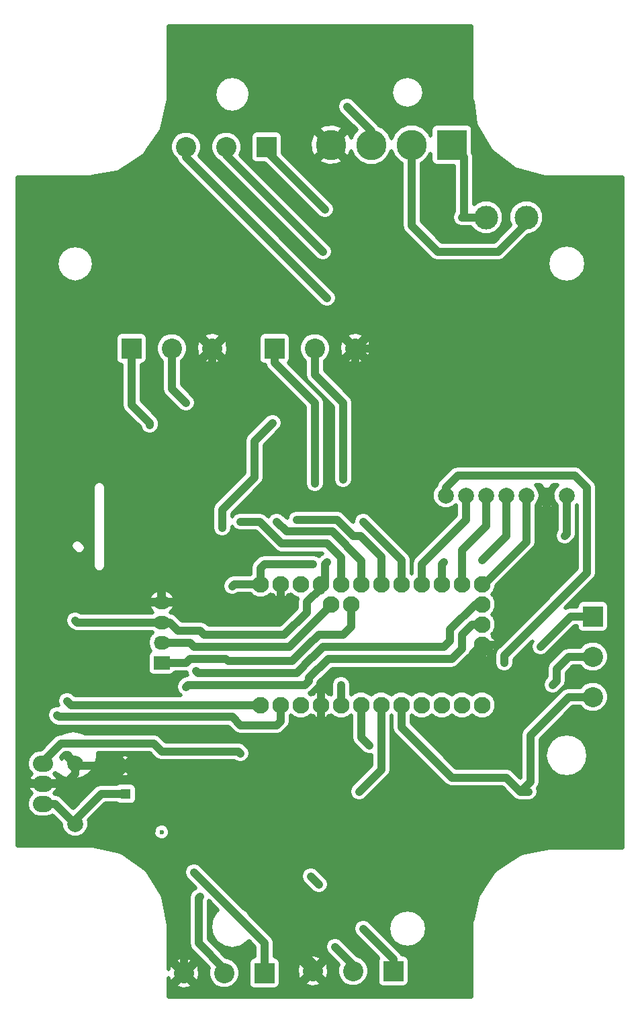
<source format=gbr>
G04 #@! TF.FileFunction,Copper,L2,Bot,Signal*
%FSLAX46Y46*%
G04 Gerber Fmt 4.6, Leading zero omitted, Abs format (unit mm)*
G04 Created by KiCad (PCBNEW 4.0.6) date Monday, 02 August 2021 'AMt' 08:10:13*
%MOMM*%
%LPD*%
G01*
G04 APERTURE LIST*
%ADD10C,0.100000*%
%ADD11C,1.300000*%
%ADD12R,1.300000X1.300000*%
%ADD13C,1.998980*%
%ADD14R,2.032000X1.727200*%
%ADD15O,2.032000X1.727200*%
%ADD16O,2.540000X2.032000*%
%ADD17C,2.100000*%
%ADD18C,3.000000*%
%ADD19C,2.000000*%
%ADD20R,2.540000X2.540000*%
%ADD21C,2.540000*%
%ADD22C,3.810000*%
%ADD23R,3.810000X3.810000*%
%ADD24C,0.600000*%
%ADD25C,1.000000*%
%ADD26C,0.500000*%
G04 APERTURE END LIST*
D10*
D11*
X17530000Y33284000D03*
D12*
X17530000Y29784000D03*
D13*
X11180000Y33594000D03*
X11180000Y25974000D03*
D14*
X22102000Y46294000D03*
D15*
X22102000Y48834000D03*
X22102000Y51374000D03*
X22102000Y53914000D03*
D16*
X7116000Y31054000D03*
X7116000Y33594000D03*
X7116000Y28514000D03*
D17*
X44708000Y56200000D03*
X39628000Y56200000D03*
X39628000Y40960000D03*
X47248000Y40960000D03*
X49788000Y40960000D03*
X52328000Y40960000D03*
X34548000Y56200000D03*
X37088000Y56200000D03*
X42168000Y56200000D03*
X47248000Y56200000D03*
X49788000Y56200000D03*
X52328000Y56200000D03*
X54868000Y56200000D03*
X57408000Y56200000D03*
X59948000Y56200000D03*
X62488000Y56200000D03*
X34548000Y40960000D03*
X37088000Y40960000D03*
X44708000Y40960000D03*
X54868000Y40960000D03*
X57408000Y40960000D03*
X59948000Y40960000D03*
X62488000Y40960000D03*
X62488000Y53660000D03*
X62488000Y51120000D03*
X62488000Y48580000D03*
X43438000Y53660000D03*
X45978000Y53660000D03*
X42168000Y40960000D03*
D18*
X62996000Y102428000D03*
X68076000Y102428000D03*
D19*
X73156000Y67376000D03*
X70616000Y67376000D03*
X68076000Y67376000D03*
X57916000Y67376000D03*
X60456000Y67376000D03*
X62996000Y67376000D03*
X65536000Y67376000D03*
D20*
X51312000Y7432000D03*
D21*
X46232000Y7432000D03*
X41152000Y7432000D03*
D20*
X35310000Y111318000D03*
D21*
X30230000Y111318000D03*
X25150000Y111318000D03*
D20*
X35056000Y7178000D03*
D21*
X29976000Y7178000D03*
X24896000Y7178000D03*
D20*
X18292000Y85918000D03*
D21*
X23372000Y85918000D03*
X28452000Y85918000D03*
D20*
X36326000Y85918000D03*
D21*
X41406000Y85918000D03*
X46486000Y85918000D03*
D20*
X76458000Y52136000D03*
D21*
X76458000Y47056000D03*
X76458000Y41976000D03*
D22*
X53598000Y111572000D03*
X48518000Y111572000D03*
D23*
X58678000Y111572000D03*
D22*
X43438000Y111572000D03*
D24*
X47248000Y77790000D03*
X31754000Y23180000D03*
X56138000Y21148000D03*
X4576000Y88966000D03*
X17784000Y71694000D03*
X23118000Y72202000D03*
X33532000Y79060000D03*
X28198000Y77790000D03*
X30992000Y55946000D03*
X32008000Y34864000D03*
X41152000Y58740000D03*
X44962000Y69408000D03*
X41406000Y68900000D03*
X36580000Y64074000D03*
X32008000Y64074000D03*
X25150000Y43246000D03*
X26420000Y45278000D03*
X43946000Y10480000D03*
X40898000Y19370000D03*
X42676000Y103444000D03*
X42422000Y98110000D03*
X42930000Y92268000D03*
X45470000Y116398000D03*
X26166000Y19878000D03*
X22102000Y24958000D03*
X26928000Y16830000D03*
X29722000Y63312000D03*
X36072000Y76520000D03*
X20578000Y76266000D03*
X25150000Y79060000D03*
X68330000Y30038000D03*
X71378000Y43500000D03*
X69854000Y48326000D03*
X11180000Y51628000D03*
X42930000Y58994000D03*
X72902000Y62296000D03*
X46994000Y30038000D03*
X48264000Y35880000D03*
X39120000Y64328000D03*
X47502000Y64074000D03*
X62488000Y59248000D03*
X57662000Y58994000D03*
X10164000Y41468000D03*
X8894000Y39690000D03*
X44708000Y43500000D03*
X65282000Y46294000D03*
X47502000Y12766000D03*
D25*
X46486000Y85918000D02*
X50296000Y85918000D01*
X48010000Y107000000D02*
X43438000Y111572000D01*
X50804000Y107000000D02*
X48010000Y107000000D01*
X51566000Y106238000D02*
X50804000Y107000000D01*
X51566000Y87188000D02*
X51566000Y106238000D01*
X50296000Y85918000D02*
X51566000Y87188000D01*
X28452000Y85918000D02*
X28452000Y78044000D01*
X28452000Y78044000D02*
X27772338Y77364338D01*
X46486000Y78552000D02*
X46486000Y85918000D01*
X47248000Y77790000D02*
X46486000Y78552000D01*
X22991000Y30419000D02*
X22991000Y33340000D01*
X23118000Y33086000D02*
X23118000Y33340000D01*
X23118000Y33213000D02*
X23118000Y33086000D01*
X22991000Y33340000D02*
X23118000Y33213000D01*
X24896000Y7178000D02*
X24896000Y18862000D01*
X24896000Y18862000D02*
X20070000Y23688000D01*
X41152000Y7432000D02*
X41152000Y8448000D01*
X41152000Y8448000D02*
X36834000Y12766000D01*
X36834000Y12766000D02*
X36834000Y17846000D01*
X36834000Y17846000D02*
X38485000Y19497000D01*
X30230000Y21402000D02*
X30230000Y21656000D01*
X30230000Y21656000D02*
X31754000Y23180000D01*
X56138000Y21148000D02*
X55884000Y21148000D01*
X42676000Y21656000D02*
X40009000Y21656000D01*
X46994000Y17338000D02*
X42676000Y21656000D01*
X52074000Y17338000D02*
X46994000Y17338000D01*
X55884000Y21148000D02*
X52074000Y17338000D01*
X40009000Y28133000D02*
X40009000Y21656000D01*
X40009000Y21656000D02*
X40009000Y21021000D01*
X40009000Y21021000D02*
X38485000Y19497000D01*
X22356000Y21402000D02*
X30230000Y21402000D01*
X30230000Y21402000D02*
X36580000Y21402000D01*
X36580000Y21402000D02*
X38485000Y19497000D01*
X20070000Y27498000D02*
X22991000Y30419000D01*
X22991000Y30419000D02*
X23118000Y30546000D01*
X20070000Y23688000D02*
X20070000Y27498000D01*
X22356000Y21402000D02*
X20070000Y23688000D01*
X5719000Y53533000D02*
X5719000Y87823000D01*
X5719000Y87823000D02*
X4576000Y88966000D01*
X22102000Y53914000D02*
X6100000Y53914000D01*
X5592000Y31054000D02*
X7116000Y31054000D01*
X4322000Y32324000D02*
X5592000Y31054000D01*
X4322000Y52136000D02*
X4322000Y32324000D01*
X6100000Y53914000D02*
X5719000Y53533000D01*
X5719000Y53533000D02*
X4322000Y52136000D01*
X40009000Y28133000D02*
X42168000Y30292000D01*
X33532000Y76520000D02*
X33532000Y79060000D01*
X22102000Y70932000D02*
X18546000Y70932000D01*
X18546000Y70932000D02*
X17784000Y71694000D01*
X22102000Y53914000D02*
X22102000Y70932000D01*
X22102000Y70932000D02*
X22102000Y71186000D01*
X22102000Y71186000D02*
X23118000Y72202000D01*
X42168000Y40960000D02*
X42168000Y30292000D01*
X37088000Y56200000D02*
X37088000Y52572006D01*
X26674000Y53914000D02*
X22102000Y53914000D01*
X29285994Y51302006D02*
X26674000Y53914000D01*
X35818000Y51302006D02*
X29285994Y51302006D01*
X37088000Y52572006D02*
X35818000Y51302006D01*
X62488000Y48580000D02*
X62488000Y47056000D01*
X42168000Y43754000D02*
X42168000Y40960000D01*
X43692000Y45278000D02*
X42168000Y43754000D01*
X60710000Y45278000D02*
X43692000Y45278000D01*
X62488000Y47056000D02*
X60710000Y45278000D01*
X11180000Y33594000D02*
X11180000Y32324000D01*
X11180000Y32324000D02*
X9910000Y31054000D01*
X9910000Y31054000D02*
X7116000Y31054000D01*
X17530000Y33284000D02*
X11490000Y33284000D01*
X11490000Y33284000D02*
X11180000Y33594000D01*
X24134000Y33340000D02*
X23118000Y33340000D01*
X23118000Y33340000D02*
X17586000Y33340000D01*
X17586000Y33340000D02*
X17530000Y33284000D01*
X62488000Y48580000D02*
X64520000Y48580000D01*
X70616000Y54676000D02*
X70616000Y67376000D01*
X64520000Y48580000D02*
X70616000Y54676000D01*
X23118000Y72202000D02*
X23118000Y75758000D01*
X31417662Y74405662D02*
X33532000Y76520000D01*
X29969014Y74405662D02*
X31417662Y74405662D01*
X23118000Y75758000D02*
X24134000Y76774000D01*
X27772338Y76602338D02*
X27772338Y77364338D01*
X27772338Y77364338D02*
X28198000Y77790000D01*
X27600676Y76774000D02*
X27772338Y76602338D01*
X27772338Y76602338D02*
X29969014Y74405662D01*
X24134000Y76774000D02*
X27600676Y76774000D01*
X11180000Y25974000D02*
X11180000Y26482000D01*
X11180000Y26482000D02*
X14482000Y29784000D01*
X14482000Y29784000D02*
X17530000Y29784000D01*
X7116000Y28514000D02*
X8640000Y28514000D01*
X8640000Y28514000D02*
X11180000Y25974000D01*
X34548000Y56200000D02*
X31246000Y56200000D01*
X31246000Y56200000D02*
X30992000Y55946000D01*
X31754000Y35118000D02*
X32008000Y34864000D01*
X31754000Y35118000D02*
X22102000Y35118000D01*
X22102000Y35118000D02*
X21086000Y36134000D01*
X21086000Y36134000D02*
X9402000Y36134000D01*
X7116000Y33848000D02*
X9402000Y36134000D01*
X34548000Y58232000D02*
X34548000Y56200000D01*
X35056000Y58740000D02*
X34548000Y58232000D01*
X41152000Y58740000D02*
X35056000Y58740000D01*
X7116000Y33594000D02*
X7116000Y33848000D01*
X41406000Y85918000D02*
X41406000Y82616000D01*
X44962000Y79060000D02*
X44962000Y69408000D01*
X41406000Y82616000D02*
X44962000Y79060000D01*
X36326000Y85918000D02*
X36326000Y84140000D01*
X41406000Y79060000D02*
X41406000Y68900000D01*
X36326000Y84140000D02*
X41406000Y79060000D01*
X47248000Y56200000D02*
X47248000Y59158676D01*
X37826002Y62827998D02*
X36580000Y64074000D01*
X43578678Y62827998D02*
X37826002Y62827998D01*
X47248000Y59158676D02*
X43578678Y62827998D01*
X44708000Y56200000D02*
X44708000Y59577352D01*
X34458676Y64074000D02*
X32008000Y64074000D01*
X37204680Y61327996D02*
X34458676Y64074000D01*
X42957356Y61327996D02*
X37204680Y61327996D01*
X44708000Y59577352D02*
X42957356Y61327996D01*
X40644000Y44351324D02*
X40644000Y44008000D01*
X61218000Y51120000D02*
X59948000Y49850000D01*
X59948000Y49850000D02*
X59948000Y48048002D01*
X59948000Y48048002D02*
X58678000Y46778002D01*
X58678000Y46778002D02*
X43070678Y46778002D01*
X43070678Y46778002D02*
X40644000Y44351324D01*
X62488000Y51120000D02*
X61218000Y51120000D01*
X25404000Y43500000D02*
X25150000Y43246000D01*
X40136000Y43500000D02*
X25404000Y43500000D01*
X40644000Y44008000D02*
X40136000Y43500000D01*
X41062676Y46891324D02*
X41011322Y46891324D01*
X26697998Y45000002D02*
X26420000Y45278000D01*
X39120000Y45000002D02*
X26697998Y45000002D01*
X41011322Y46891324D02*
X39120000Y45000002D01*
X62488000Y53660000D02*
X61636676Y53660000D01*
X61636676Y53660000D02*
X58447998Y50471322D01*
X58447998Y50471322D02*
X58447998Y49064002D01*
X58447998Y49064002D02*
X57662000Y48278004D01*
X57662000Y48278004D02*
X42449356Y48278004D01*
X42449356Y48278004D02*
X41062676Y46891324D01*
X40898000Y19370000D02*
X41914000Y18354000D01*
X46232000Y7432000D02*
X46232000Y8194000D01*
X46232000Y8194000D02*
X43946000Y10480000D01*
X35310000Y111318000D02*
X35310000Y110810000D01*
X35310000Y110810000D02*
X42676000Y103444000D01*
X30230000Y111318000D02*
X30230000Y110302000D01*
X30230000Y110302000D02*
X42422000Y98110000D01*
X25150000Y111318000D02*
X25150000Y110048000D01*
X25150000Y110048000D02*
X42930000Y92268000D01*
X45470000Y116398000D02*
X48518000Y113350000D01*
X48518000Y113350000D02*
X48518000Y111572000D01*
X35056000Y7178000D02*
X35056000Y10988000D01*
X35056000Y10988000D02*
X26166000Y19878000D01*
X29976000Y7178000D02*
X29976000Y7686000D01*
X29976000Y7686000D02*
X26756338Y10905662D01*
X26756338Y10905662D02*
X26756338Y16658338D01*
X26756338Y16658338D02*
X26928000Y16830000D01*
X29722000Y63312000D02*
X29722000Y65598000D01*
X29722000Y65598000D02*
X33786000Y69662000D01*
X33786000Y69662000D02*
X33786000Y74234000D01*
X33786000Y74234000D02*
X36072000Y76520000D01*
X18292000Y85918000D02*
X18292000Y78806000D01*
X20578000Y76520000D02*
X20578000Y76266000D01*
X18292000Y78806000D02*
X20578000Y76520000D01*
X23372000Y85918000D02*
X23372000Y80838000D01*
X23372000Y80838000D02*
X25150000Y79060000D01*
X76458000Y41976000D02*
X73410000Y41976000D01*
X68584000Y31308000D02*
X67314000Y30038000D01*
X68584000Y37150000D02*
X68584000Y31308000D01*
X73410000Y41976000D02*
X68584000Y37150000D01*
X68330000Y30038000D02*
X67314000Y30038000D01*
X52328000Y38166000D02*
X52328000Y40960000D01*
X58678000Y31816000D02*
X52328000Y38166000D01*
X65536000Y31816000D02*
X58678000Y31816000D01*
X67314000Y30038000D02*
X65536000Y31816000D01*
X73410000Y47056000D02*
X76458000Y47056000D01*
X71886000Y45532000D02*
X73410000Y47056000D01*
X71886000Y44008000D02*
X71886000Y45532000D01*
X71378000Y43500000D02*
X71886000Y44008000D01*
X69854000Y48326000D02*
X73664000Y52136000D01*
X73664000Y52136000D02*
X76458000Y52136000D01*
X40510014Y48459986D02*
X40458660Y48459986D01*
X44962000Y49778006D02*
X42930000Y49778006D01*
X42930000Y49778006D02*
X42858006Y49850000D01*
X42858006Y49850000D02*
X41900028Y49850000D01*
X41900028Y49850000D02*
X40510014Y48459986D01*
X45978000Y53660000D02*
X45978000Y50794006D01*
X45978000Y50794006D02*
X44962000Y49778006D01*
X25150000Y46294000D02*
X22102000Y46294000D01*
X25658000Y46802000D02*
X25150000Y46294000D01*
X30182004Y46802000D02*
X25658000Y46802000D01*
X30484000Y46500004D02*
X30182004Y46802000D01*
X38498678Y46500004D02*
X30484000Y46500004D01*
X40458660Y48459986D02*
X38498678Y46500004D01*
X43438000Y53660000D02*
X43438000Y53560650D01*
X43438000Y53560650D02*
X38179352Y48302002D01*
X38179352Y48302002D02*
X26189998Y48302002D01*
X26189998Y48302002D02*
X25658000Y48834000D01*
X25658000Y48834000D02*
X22102000Y48834000D01*
X11434000Y51374000D02*
X22102000Y51374000D01*
X11180000Y51628000D02*
X11434000Y51374000D01*
X73156000Y67376000D02*
X73156000Y62550000D01*
X42676000Y58740000D02*
X42676000Y56708000D01*
X42930000Y58994000D02*
X42676000Y58740000D01*
X73156000Y62550000D02*
X72902000Y62296000D01*
X42676000Y56708000D02*
X42168000Y56200000D01*
X26951998Y50334002D02*
X24157998Y50334002D01*
X40395013Y53919013D02*
X40395013Y52638987D01*
X40395013Y52638987D02*
X37558030Y49802004D01*
X37558030Y49802004D02*
X27483996Y49802004D01*
X27483996Y49802004D02*
X26951998Y50334002D01*
X42168000Y55692000D02*
X40395013Y53919013D01*
X24157998Y50334002D02*
X23118000Y51374000D01*
X23118000Y51374000D02*
X22102000Y51374000D01*
X42168000Y56200000D02*
X42168000Y55692000D01*
X42168000Y55438000D02*
X42168000Y56200000D01*
X60202000Y102428000D02*
X60202000Y110048000D01*
X60202000Y110048000D02*
X58678000Y111572000D01*
X62996000Y102428000D02*
X60202000Y102428000D01*
X60202000Y102428000D02*
X59948000Y102428000D01*
X59440000Y98110000D02*
X56900000Y98110000D01*
X68076000Y101666000D02*
X64520000Y98110000D01*
X64520000Y98110000D02*
X59440000Y98110000D01*
X53598000Y101412000D02*
X53598000Y111572000D01*
X56900000Y98110000D02*
X53598000Y101412000D01*
X68076000Y102428000D02*
X68076000Y101666000D01*
X49788000Y32832000D02*
X49788000Y40960000D01*
X46994000Y30038000D02*
X49788000Y32832000D01*
X47248000Y40960000D02*
X47248000Y36896000D01*
X47248000Y36896000D02*
X48264000Y35880000D01*
X49788000Y56200000D02*
X49788000Y59666676D01*
X44200000Y64328000D02*
X39120000Y64328000D01*
X46232000Y62296000D02*
X44200000Y64328000D01*
X47158676Y62296000D02*
X46232000Y62296000D01*
X49788000Y59666676D02*
X47158676Y62296000D01*
X52328000Y56200000D02*
X52328000Y59248000D01*
X52328000Y59248000D02*
X47502000Y64074000D01*
X54868000Y56200000D02*
X54868000Y58740000D01*
X60456000Y64328000D02*
X60456000Y67376000D01*
X54868000Y58740000D02*
X60456000Y64328000D01*
X57408000Y56200000D02*
X57408000Y58740000D01*
X65536000Y62296000D02*
X65536000Y67376000D01*
X62488000Y59248000D02*
X65536000Y62296000D01*
X57408000Y58740000D02*
X57662000Y58994000D01*
X59948000Y56200000D02*
X59948000Y60518000D01*
X62996000Y63566000D02*
X62996000Y67376000D01*
X59948000Y60518000D02*
X62996000Y63566000D01*
X62488000Y56200000D02*
X62742000Y56200000D01*
X62742000Y56200000D02*
X68076000Y61534000D01*
X68076000Y61534000D02*
X68076000Y67376000D01*
X10672000Y40960000D02*
X34548000Y40960000D01*
X10164000Y41468000D02*
X10672000Y40960000D01*
X32031998Y38420000D02*
X30992000Y39459998D01*
X30992000Y39459998D02*
X9124002Y39459998D01*
X37088000Y38928000D02*
X37088000Y40960000D01*
X36580000Y38420000D02*
X32031998Y38420000D01*
X37088000Y38928000D02*
X36580000Y38420000D01*
X8894000Y39690000D02*
X9124002Y39459998D01*
X57916000Y68392000D02*
X59440000Y69916000D01*
X59440000Y69916000D02*
X74172000Y69916000D01*
X74172000Y69916000D02*
X75696000Y68392000D01*
X75696000Y68392000D02*
X75696000Y57634676D01*
X75696000Y57634676D02*
X65282000Y47220676D01*
X65282000Y47220676D02*
X65282000Y46294000D01*
X57916000Y67376000D02*
X57916000Y68392000D01*
X44708000Y43500000D02*
X44708000Y40960000D01*
X51312000Y7432000D02*
X51312000Y8956000D01*
X51312000Y8956000D02*
X47502000Y12766000D01*
D26*
G36*
X61155000Y117414000D02*
X61217799Y117098286D01*
X61275864Y117011386D01*
X61664812Y114268255D01*
X61771311Y113964483D01*
X61771313Y113964481D01*
X63588674Y110887836D01*
X63803315Y110647944D01*
X66659722Y108500967D01*
X66949827Y108361474D01*
X66949832Y108361474D01*
X70410414Y107471026D01*
X70514124Y107465264D01*
X70616000Y107445000D01*
X80205000Y107445000D01*
X80205000Y22989000D01*
X71124000Y22989000D01*
X71044306Y22973148D01*
X70963051Y22973148D01*
X67463793Y22277102D01*
X67166397Y22153917D01*
X67166395Y22153915D01*
X64199875Y20171749D01*
X64199871Y20171747D01*
X64115898Y20087774D01*
X63972253Y19944130D01*
X63972251Y19944126D01*
X61990088Y16977608D01*
X61990083Y16977603D01*
X61866898Y16680207D01*
X61338665Y14024602D01*
X61217799Y13843714D01*
X61155000Y13528000D01*
X61155000Y4193000D01*
X22927000Y4193000D01*
X22927000Y5654809D01*
X23797073Y5654809D01*
X23936183Y5346535D01*
X24710116Y5118641D01*
X25512349Y5204266D01*
X25855817Y5346535D01*
X25994927Y5654809D01*
X24896000Y6753736D01*
X23797073Y5654809D01*
X22927000Y5654809D01*
X22927000Y6550222D01*
X23064535Y6218183D01*
X23372809Y6079073D01*
X24471736Y7178000D01*
X25320264Y7178000D01*
X26419191Y6079073D01*
X26727465Y6218183D01*
X26955359Y6992116D01*
X26869734Y7794349D01*
X26727465Y8137817D01*
X26419191Y8276927D01*
X25320264Y7178000D01*
X24471736Y7178000D01*
X23372809Y8276927D01*
X23064535Y8137817D01*
X22927000Y7670745D01*
X22927000Y8701191D01*
X23797073Y8701191D01*
X24896000Y7602264D01*
X25994927Y8701191D01*
X25855817Y9009465D01*
X25081884Y9237359D01*
X24279651Y9151734D01*
X23936183Y9009465D01*
X23797073Y8701191D01*
X22927000Y8701191D01*
X22927000Y13274000D01*
X22864201Y13589714D01*
X22834280Y13634494D01*
X22316461Y16677012D01*
X22201581Y16977714D01*
X20378081Y19878000D01*
X24916001Y19878000D01*
X25011151Y19399646D01*
X25282117Y18994117D01*
X26354775Y17921459D01*
X26044117Y17713884D01*
X25872455Y17542221D01*
X25601489Y17136692D01*
X25506338Y16658338D01*
X25506338Y10905662D01*
X25585111Y10509645D01*
X25601489Y10427308D01*
X25872455Y10021779D01*
X28060896Y7833337D01*
X27956352Y7581566D01*
X27955650Y6777960D01*
X28262529Y6035257D01*
X28830268Y5466526D01*
X29572434Y5158352D01*
X30376040Y5157650D01*
X31118743Y5464529D01*
X31687474Y6032268D01*
X31995648Y6774434D01*
X31996350Y7578040D01*
X31689471Y8320743D01*
X31121732Y8889474D01*
X30379566Y9197648D01*
X30231990Y9197777D01*
X28006338Y11423428D01*
X28006338Y16237139D01*
X28019459Y16256775D01*
X29164272Y15111961D01*
X29005876Y15006124D01*
X28397004Y14094882D01*
X28183197Y13020000D01*
X28397004Y11945118D01*
X29005876Y11033876D01*
X29917118Y10425004D01*
X30992000Y10211197D01*
X32066882Y10425004D01*
X32978124Y11033876D01*
X33083961Y11192272D01*
X33806000Y10470233D01*
X33806000Y9212693D01*
X33786000Y9212693D01*
X33508067Y9160396D01*
X33252802Y8996138D01*
X33081554Y8745508D01*
X33021307Y8448000D01*
X33021307Y5908000D01*
X33073604Y5630067D01*
X33237862Y5374802D01*
X33488492Y5203554D01*
X33786000Y5143307D01*
X36326000Y5143307D01*
X36603933Y5195604D01*
X36859198Y5359862D01*
X37030446Y5610492D01*
X37090693Y5908000D01*
X37090693Y5908809D01*
X40053073Y5908809D01*
X40192183Y5600535D01*
X40966116Y5372641D01*
X41768349Y5458266D01*
X42111817Y5600535D01*
X42250927Y5908809D01*
X41152000Y7007736D01*
X40053073Y5908809D01*
X37090693Y5908809D01*
X37090693Y7617884D01*
X39092641Y7617884D01*
X39178266Y6815651D01*
X39320535Y6472183D01*
X39628809Y6333073D01*
X40727736Y7432000D01*
X41576264Y7432000D01*
X42675191Y6333073D01*
X42983465Y6472183D01*
X43211359Y7246116D01*
X43125734Y8048349D01*
X42983465Y8391817D01*
X42675191Y8530927D01*
X41576264Y7432000D01*
X40727736Y7432000D01*
X39628809Y8530927D01*
X39320535Y8391817D01*
X39092641Y7617884D01*
X37090693Y7617884D01*
X37090693Y8448000D01*
X37038396Y8725933D01*
X36890873Y8955191D01*
X40053073Y8955191D01*
X41152000Y7856264D01*
X42250927Y8955191D01*
X42111817Y9263465D01*
X41337884Y9491359D01*
X40535651Y9405734D01*
X40192183Y9263465D01*
X40053073Y8955191D01*
X36890873Y8955191D01*
X36874138Y8981198D01*
X36623508Y9152446D01*
X36326000Y9212693D01*
X36306000Y9212693D01*
X36306000Y10480000D01*
X42696001Y10480000D01*
X42791151Y10001646D01*
X43062117Y9596117D01*
X44391421Y8266812D01*
X44212352Y7835566D01*
X44211650Y7031960D01*
X44518529Y6289257D01*
X45086268Y5720526D01*
X45828434Y5412352D01*
X46632040Y5411650D01*
X47374743Y5718529D01*
X47943474Y6286268D01*
X48251648Y7028434D01*
X48252350Y7832040D01*
X47945471Y8574743D01*
X47377732Y9143474D01*
X46817781Y9375986D01*
X44829883Y11363883D01*
X44424354Y11634849D01*
X43946000Y11729999D01*
X43467646Y11634849D01*
X43062117Y11363883D01*
X42791151Y10958354D01*
X42696001Y10480000D01*
X36306000Y10480000D01*
X36306000Y10988000D01*
X36210849Y11466354D01*
X36168444Y11529818D01*
X35939884Y11871883D01*
X35045767Y12766000D01*
X46252001Y12766000D01*
X46347151Y12287646D01*
X46618117Y11882117D01*
X49403788Y9096445D01*
X49337554Y8999508D01*
X49277307Y8702000D01*
X49277307Y6162000D01*
X49329604Y5884067D01*
X49493862Y5628802D01*
X49744492Y5457554D01*
X50042000Y5397307D01*
X52582000Y5397307D01*
X52859933Y5449604D01*
X53115198Y5613862D01*
X53286446Y5864492D01*
X53346693Y6162000D01*
X53346693Y8702000D01*
X53294396Y8979933D01*
X53130138Y9235198D01*
X52879508Y9406446D01*
X52582000Y9466693D01*
X52445241Y9466693D01*
X52195884Y9839883D01*
X49269767Y12766000D01*
X50638606Y12766000D01*
X50825207Y11827892D01*
X51356603Y11032603D01*
X52151892Y10501207D01*
X53090000Y10314606D01*
X54028108Y10501207D01*
X54823397Y11032603D01*
X55354793Y11827892D01*
X55541394Y12766000D01*
X55354793Y13704108D01*
X54823397Y14499397D01*
X54028108Y15030793D01*
X53090000Y15217394D01*
X52151892Y15030793D01*
X51356603Y14499397D01*
X50825207Y13704108D01*
X50638606Y12766000D01*
X49269767Y12766000D01*
X48385883Y13649883D01*
X47980354Y13920849D01*
X47502000Y14015999D01*
X47023646Y13920849D01*
X46618117Y13649883D01*
X46347151Y13244354D01*
X46252001Y12766000D01*
X35045767Y12766000D01*
X33325444Y14486323D01*
X32978124Y15006124D01*
X32458323Y15353444D01*
X28441767Y19370000D01*
X39648001Y19370000D01*
X39743151Y18891646D01*
X40014117Y18486117D01*
X41030117Y17470117D01*
X41435646Y17199151D01*
X41914000Y17104001D01*
X42392354Y17199151D01*
X42797883Y17470117D01*
X43068849Y17875646D01*
X43163999Y18354000D01*
X43068849Y18832354D01*
X42797883Y19237883D01*
X41781883Y20253883D01*
X41376354Y20524849D01*
X40898000Y20619999D01*
X40419646Y20524849D01*
X40014117Y20253883D01*
X39743151Y19848354D01*
X39648001Y19370000D01*
X28441767Y19370000D01*
X27049883Y20761883D01*
X26644354Y21032849D01*
X26166000Y21127999D01*
X25687646Y21032849D01*
X25282117Y20761883D01*
X25011151Y20356354D01*
X24916001Y19878000D01*
X20378081Y19878000D01*
X20301815Y19999301D01*
X20080606Y20233150D01*
X17169139Y22297724D01*
X16875278Y22429120D01*
X13395355Y23222367D01*
X13302806Y23224938D01*
X13212000Y23243000D01*
X3877000Y23243000D01*
X3877000Y28514000D01*
X5056426Y28514000D01*
X5190855Y27838181D01*
X5573675Y27265249D01*
X6146607Y26882429D01*
X6822426Y26748000D01*
X7409574Y26748000D01*
X8085393Y26882429D01*
X8336213Y27050021D01*
X9430493Y25955740D01*
X9430207Y25627532D01*
X9695989Y24984288D01*
X10187699Y24491719D01*
X10830478Y24224814D01*
X11526468Y24224207D01*
X12169712Y24489989D01*
X12430235Y24750058D01*
X21051818Y24750058D01*
X21211334Y24364000D01*
X21506446Y24068372D01*
X21892226Y23908182D01*
X22309942Y23907818D01*
X22696000Y24067334D01*
X22991628Y24362446D01*
X23151818Y24748226D01*
X23152182Y25165942D01*
X22992666Y25552000D01*
X22697554Y25847628D01*
X22311774Y26007818D01*
X21894058Y26008182D01*
X21508000Y25848666D01*
X21212372Y25553554D01*
X21052182Y25167774D01*
X21051818Y24750058D01*
X12430235Y24750058D01*
X12662281Y24981699D01*
X12929186Y25624478D01*
X12929793Y26320468D01*
X12887819Y26422053D01*
X14999767Y28534000D01*
X16429630Y28534000D01*
X16582492Y28429554D01*
X16880000Y28369307D01*
X18180000Y28369307D01*
X18457933Y28421604D01*
X18713198Y28585862D01*
X18884446Y28836492D01*
X18944693Y29134000D01*
X18944693Y30434000D01*
X18892396Y30711933D01*
X18728138Y30967198D01*
X18477508Y31138446D01*
X18180000Y31198693D01*
X16880000Y31198693D01*
X16602067Y31146396D01*
X16427398Y31034000D01*
X14482000Y31034000D01*
X14003646Y30938849D01*
X13598116Y30667883D01*
X10926000Y27995766D01*
X9523883Y29397883D01*
X9118354Y29668849D01*
X8660171Y29759988D01*
X8658325Y29762751D01*
X8584183Y29812291D01*
X8829086Y30050771D01*
X9049993Y30484176D01*
X8925841Y30754000D01*
X7416000Y30754000D01*
X7416000Y30734000D01*
X6816000Y30734000D01*
X6816000Y30754000D01*
X5306159Y30754000D01*
X5182007Y30484176D01*
X5402914Y30050771D01*
X5647817Y29812291D01*
X5573675Y29762751D01*
X5190855Y29189819D01*
X5056426Y28514000D01*
X3877000Y28514000D01*
X3877000Y33594000D01*
X5056426Y33594000D01*
X5190855Y32918181D01*
X5573675Y32345249D01*
X5647817Y32295709D01*
X5402914Y32057229D01*
X5182007Y31623824D01*
X5306159Y31354000D01*
X6816000Y31354000D01*
X6816000Y31374000D01*
X7416000Y31374000D01*
X7416000Y31354000D01*
X8925841Y31354000D01*
X9049993Y31623824D01*
X8829086Y32057229D01*
X8584183Y32295709D01*
X8658325Y32345249D01*
X8681065Y32379283D01*
X8686760Y32370760D01*
X9714132Y31684292D01*
X10926000Y31443236D01*
X12137868Y31684292D01*
X12934628Y32216670D01*
X16886934Y32216670D01*
X16947521Y31971895D01*
X17493980Y31848869D01*
X18045923Y31944328D01*
X18112479Y31971895D01*
X18173066Y32216670D01*
X17530000Y32859736D01*
X16886934Y32216670D01*
X12934628Y32216670D01*
X13165240Y32370760D01*
X13799515Y33320020D01*
X16094869Y33320020D01*
X16190328Y32768077D01*
X16217895Y32701521D01*
X16462670Y32640934D01*
X17105736Y33284000D01*
X17954264Y33284000D01*
X18597330Y32640934D01*
X18842105Y32701521D01*
X18965131Y33247980D01*
X18869672Y33799923D01*
X18842105Y33866479D01*
X18597330Y33927066D01*
X17954264Y33284000D01*
X17105736Y33284000D01*
X16462670Y33927066D01*
X16217895Y33866479D01*
X16094869Y33320020D01*
X13799515Y33320020D01*
X13851708Y33398132D01*
X14041311Y34351330D01*
X16886934Y34351330D01*
X17530000Y33708264D01*
X18173066Y34351330D01*
X18112479Y34596105D01*
X17566020Y34719131D01*
X17014077Y34623672D01*
X16947521Y34596105D01*
X16886934Y34351330D01*
X14041311Y34351330D01*
X14092764Y34610000D01*
X14038262Y34884000D01*
X20568234Y34884000D01*
X21218117Y34234117D01*
X21623646Y33963151D01*
X22102000Y33868000D01*
X31291911Y33868000D01*
X31529646Y33709151D01*
X32008000Y33614001D01*
X32486354Y33709151D01*
X32891883Y33980117D01*
X33162849Y34385646D01*
X33257999Y34864000D01*
X33162849Y35342354D01*
X32891883Y35747884D01*
X32637883Y36001883D01*
X32232354Y36272849D01*
X31754000Y36368000D01*
X22619766Y36368000D01*
X21969883Y37017883D01*
X21564354Y37288849D01*
X21086000Y37384000D01*
X12364915Y37384000D01*
X12137868Y37535708D01*
X10926000Y37776764D01*
X9714132Y37535708D01*
X9487085Y37384000D01*
X9402000Y37384000D01*
X8923646Y37288849D01*
X8518116Y37017883D01*
X6860234Y35360000D01*
X6822426Y35360000D01*
X6146607Y35225571D01*
X5573675Y34842751D01*
X5190855Y34269819D01*
X5056426Y33594000D01*
X3877000Y33594000D01*
X3877000Y39690000D01*
X7644001Y39690000D01*
X7739151Y39211646D01*
X8010117Y38806117D01*
X8240119Y38576114D01*
X8645648Y38305149D01*
X9124002Y38209998D01*
X30474234Y38209998D01*
X31148114Y37536117D01*
X31390210Y37374354D01*
X31553644Y37265151D01*
X32031998Y37170000D01*
X36580000Y37170000D01*
X37058354Y37265151D01*
X37463883Y37536117D01*
X37971883Y38044116D01*
X38242849Y38449645D01*
X38268005Y38576115D01*
X38338000Y38928000D01*
X38338000Y39664455D01*
X38357995Y39684415D01*
X38607051Y39434924D01*
X39268387Y39160313D01*
X39984471Y39159688D01*
X40646286Y39433145D01*
X40870734Y39657201D01*
X41080101Y39447834D01*
X41230034Y39597767D01*
X41341614Y39312187D01*
X42035110Y39121375D01*
X42748837Y39210476D01*
X42994386Y39312187D01*
X43105966Y39597767D01*
X43255899Y39447834D01*
X43465214Y39657149D01*
X43687051Y39434924D01*
X44348387Y39160313D01*
X45064471Y39159688D01*
X45726286Y39433145D01*
X45977995Y39684415D01*
X45998000Y39664375D01*
X45998000Y36896000D01*
X46093151Y36417646D01*
X46364117Y36012117D01*
X47380117Y34996117D01*
X47785646Y34725151D01*
X48264000Y34630001D01*
X48538000Y34684503D01*
X48538000Y33349767D01*
X46110117Y30921883D01*
X45839151Y30516354D01*
X45744001Y30038000D01*
X45839151Y29559646D01*
X46110117Y29154117D01*
X46515646Y28883151D01*
X46994000Y28788001D01*
X47472354Y28883151D01*
X47877883Y29154117D01*
X50671884Y31948117D01*
X50942849Y32353646D01*
X51038000Y32832000D01*
X51038000Y39664455D01*
X51057995Y39684415D01*
X51078000Y39664375D01*
X51078000Y38166000D01*
X51154804Y37779883D01*
X51173151Y37687646D01*
X51444117Y37282117D01*
X57794116Y30932117D01*
X58094349Y30731508D01*
X58199646Y30661151D01*
X58678000Y30566000D01*
X65018234Y30566000D01*
X66430117Y29154116D01*
X66835646Y28883151D01*
X67314000Y28788000D01*
X68330000Y28788000D01*
X68808354Y28883151D01*
X69213883Y29154117D01*
X69484849Y29559646D01*
X69580000Y30038000D01*
X69495095Y30464842D01*
X69738849Y30829646D01*
X69766210Y30967198D01*
X69834000Y31308000D01*
X69834000Y34610000D01*
X70396594Y34610000D01*
X70606641Y33554021D01*
X71204805Y32658805D01*
X72100021Y32060641D01*
X73156000Y31850594D01*
X74211979Y32060641D01*
X75107195Y32658805D01*
X75705359Y33554021D01*
X75915406Y34610000D01*
X75705359Y35665979D01*
X75107195Y36561195D01*
X74211979Y37159359D01*
X73156000Y37369406D01*
X72100021Y37159359D01*
X71204805Y36561195D01*
X70606641Y35665979D01*
X70396594Y34610000D01*
X69834000Y34610000D01*
X69834000Y36632234D01*
X73927767Y40726000D01*
X74851599Y40726000D01*
X75312268Y40264526D01*
X76054434Y39956352D01*
X76858040Y39955650D01*
X77600743Y40262529D01*
X78169474Y40830268D01*
X78477648Y41572434D01*
X78478350Y42376040D01*
X78171471Y43118743D01*
X77603732Y43687474D01*
X76861566Y43995648D01*
X76057960Y43996350D01*
X75315257Y43689471D01*
X74850976Y43226000D01*
X73410000Y43226000D01*
X72931646Y43130849D01*
X72526117Y42859884D01*
X67700117Y38033883D01*
X67429151Y37628354D01*
X67334000Y37150000D01*
X67334000Y31825767D01*
X67314000Y31805767D01*
X66419883Y32699883D01*
X66014354Y32970849D01*
X65536000Y33066000D01*
X59195767Y33066000D01*
X53578000Y38683766D01*
X53578000Y39664455D01*
X53597995Y39684415D01*
X53847051Y39434924D01*
X54508387Y39160313D01*
X55224471Y39159688D01*
X55886286Y39433145D01*
X56137995Y39684415D01*
X56387051Y39434924D01*
X57048387Y39160313D01*
X57764471Y39159688D01*
X58426286Y39433145D01*
X58677995Y39684415D01*
X58927051Y39434924D01*
X59588387Y39160313D01*
X60304471Y39159688D01*
X60966286Y39433145D01*
X61217995Y39684415D01*
X61467051Y39434924D01*
X62128387Y39160313D01*
X62844471Y39159688D01*
X63506286Y39433145D01*
X64013076Y39939051D01*
X64287687Y40600387D01*
X64288312Y41316471D01*
X64014855Y41978286D01*
X63508949Y42485076D01*
X62847613Y42759687D01*
X62131529Y42760312D01*
X61469714Y42486855D01*
X61218005Y42235585D01*
X60968949Y42485076D01*
X60307613Y42759687D01*
X59591529Y42760312D01*
X58929714Y42486855D01*
X58678005Y42235585D01*
X58428949Y42485076D01*
X57767613Y42759687D01*
X57051529Y42760312D01*
X56389714Y42486855D01*
X56138005Y42235585D01*
X55888949Y42485076D01*
X55227613Y42759687D01*
X54511529Y42760312D01*
X53849714Y42486855D01*
X53598005Y42235585D01*
X53348949Y42485076D01*
X52687613Y42759687D01*
X51971529Y42760312D01*
X51309714Y42486855D01*
X51058005Y42235585D01*
X50808949Y42485076D01*
X50147613Y42759687D01*
X49431529Y42760312D01*
X48769714Y42486855D01*
X48518005Y42235585D01*
X48268949Y42485076D01*
X47607613Y42759687D01*
X46891529Y42760312D01*
X46229714Y42486855D01*
X45978005Y42235585D01*
X45958000Y42255625D01*
X45958000Y43500000D01*
X70128001Y43500000D01*
X70223151Y43021646D01*
X70494117Y42616117D01*
X70899646Y42345151D01*
X71378000Y42250001D01*
X71856354Y42345151D01*
X72261883Y42616117D01*
X72769883Y43124116D01*
X73040849Y43529645D01*
X73079579Y43724354D01*
X73136000Y44008000D01*
X73136000Y45014234D01*
X73927767Y45806000D01*
X74851599Y45806000D01*
X75312268Y45344526D01*
X76054434Y45036352D01*
X76858040Y45035650D01*
X77600743Y45342529D01*
X78169474Y45910268D01*
X78477648Y46652434D01*
X78478350Y47456040D01*
X78171471Y48198743D01*
X77603732Y48767474D01*
X76861566Y49075648D01*
X76057960Y49076350D01*
X75315257Y48769471D01*
X74850976Y48306000D01*
X73410000Y48306000D01*
X73011010Y48226635D01*
X72931645Y48210849D01*
X72526116Y47939883D01*
X71002117Y46415883D01*
X70731151Y46010354D01*
X70636000Y45532000D01*
X70636000Y44525766D01*
X70494117Y44383883D01*
X70223151Y43978354D01*
X70128001Y43500000D01*
X45958000Y43500000D01*
X45862849Y43978354D01*
X45591883Y44383883D01*
X45186354Y44654849D01*
X44708000Y44750000D01*
X44229646Y44654849D01*
X43824117Y44383883D01*
X43553151Y43978354D01*
X43458000Y43500000D01*
X43458000Y42270065D01*
X43255899Y42472166D01*
X43105966Y42322233D01*
X42994386Y42607813D01*
X42300890Y42798625D01*
X41587163Y42709524D01*
X41341614Y42607813D01*
X41230034Y42322233D01*
X41080101Y42472166D01*
X40870786Y42262851D01*
X40718898Y42415005D01*
X41019883Y42616117D01*
X41527883Y43124116D01*
X41798849Y43529645D01*
X41837579Y43724354D01*
X41850685Y43790243D01*
X43588445Y45528002D01*
X58678000Y45528002D01*
X59156354Y45623153D01*
X59561883Y45894119D01*
X60831883Y47164118D01*
X60867731Y47217769D01*
X61550033Y47217769D01*
X61661614Y46932187D01*
X62355110Y46741375D01*
X63068837Y46830476D01*
X63314386Y46932187D01*
X63425967Y47217769D01*
X62488000Y48155736D01*
X61550033Y47217769D01*
X60867731Y47217769D01*
X61102849Y47569648D01*
X61117862Y47645122D01*
X61125769Y47642033D01*
X62063736Y48580000D01*
X62049594Y48594142D01*
X62473858Y49018406D01*
X62488000Y49004264D01*
X62502143Y49018406D01*
X62926407Y48594142D01*
X62912264Y48580000D01*
X63850231Y47642033D01*
X64135813Y47753614D01*
X64326625Y48447110D01*
X64237524Y49160837D01*
X64135813Y49406386D01*
X63850233Y49517966D01*
X64000166Y49667899D01*
X63790851Y49877214D01*
X64013076Y50099051D01*
X64287687Y50760387D01*
X64288312Y51476471D01*
X64014855Y52138286D01*
X63763585Y52389995D01*
X64013076Y52639051D01*
X64287687Y53300387D01*
X64288312Y54016471D01*
X64014855Y54678286D01*
X63763585Y54929995D01*
X64013076Y55179051D01*
X64287687Y55840387D01*
X64287807Y55978041D01*
X68959883Y60650116D01*
X69230849Y61055646D01*
X69247857Y61141151D01*
X69326000Y61534000D01*
X69326000Y66050446D01*
X69714710Y66050446D01*
X69819996Y65770004D01*
X70495177Y65587636D01*
X71188751Y65677531D01*
X71412004Y65770004D01*
X71517290Y66050446D01*
X70616000Y66951736D01*
X69714710Y66050446D01*
X69326000Y66050446D01*
X69326000Y66151103D01*
X69558713Y66383410D01*
X69814039Y66998303D01*
X70191736Y67376000D01*
X69813022Y67754714D01*
X69560443Y68366001D01*
X69260967Y68666000D01*
X69750264Y68666000D01*
X70616000Y67800264D01*
X71481736Y68666000D01*
X71971216Y68666000D01*
X71673287Y68368590D01*
X71417961Y67753697D01*
X71040264Y67376000D01*
X71418978Y66997286D01*
X71671557Y66385999D01*
X71906000Y66151147D01*
X71906000Y63012088D01*
X71747151Y62774354D01*
X71652001Y62296000D01*
X71747151Y61817646D01*
X72018117Y61412117D01*
X72423646Y61141151D01*
X72902000Y61046001D01*
X73380354Y61141151D01*
X73785883Y61412117D01*
X74039883Y61666116D01*
X74310849Y62071646D01*
X74338743Y62211880D01*
X74406000Y62550000D01*
X74406000Y66151103D01*
X74446000Y66191033D01*
X74446000Y58152443D01*
X64398117Y48104559D01*
X64127151Y47699030D01*
X64032000Y47220676D01*
X64032000Y46294000D01*
X64127151Y45815646D01*
X64398117Y45410117D01*
X64803646Y45139151D01*
X65282000Y45044000D01*
X65760354Y45139151D01*
X66165883Y45410117D01*
X66436849Y45815646D01*
X66532000Y46294000D01*
X66532000Y46702910D01*
X68831463Y49002373D01*
X68699151Y48804354D01*
X68604001Y48326000D01*
X68699151Y47847646D01*
X68970117Y47442117D01*
X69375646Y47171151D01*
X69854000Y47076001D01*
X70332354Y47171151D01*
X70737883Y47442117D01*
X74181767Y50886000D01*
X74423307Y50886000D01*
X74423307Y50866000D01*
X74475604Y50588067D01*
X74639862Y50332802D01*
X74890492Y50161554D01*
X75188000Y50101307D01*
X77728000Y50101307D01*
X78005933Y50153604D01*
X78261198Y50317862D01*
X78432446Y50568492D01*
X78492693Y50866000D01*
X78492693Y53406000D01*
X78440396Y53683933D01*
X78276138Y53939198D01*
X78025508Y54110446D01*
X77728000Y54170693D01*
X75188000Y54170693D01*
X74910067Y54118396D01*
X74654802Y53954138D01*
X74483554Y53703508D01*
X74423307Y53406000D01*
X74423307Y53386000D01*
X73664000Y53386000D01*
X73185646Y53290849D01*
X72987630Y53158539D01*
X76579883Y56750792D01*
X76850849Y57156322D01*
X76863704Y57220949D01*
X76946000Y57634676D01*
X76946000Y68392000D01*
X76853165Y68858713D01*
X76850849Y68870355D01*
X76579883Y69275884D01*
X75055883Y70799883D01*
X74650354Y71070849D01*
X74172000Y71166000D01*
X59440000Y71166000D01*
X59041010Y71086635D01*
X58961645Y71070849D01*
X58556116Y70799883D01*
X57032118Y69275884D01*
X57032117Y69275883D01*
X56761151Y68870354D01*
X56717848Y68652655D01*
X56433287Y68368590D01*
X56166304Y67725624D01*
X56165696Y67029431D01*
X56431557Y66385999D01*
X56923410Y65893287D01*
X57566376Y65626304D01*
X58262569Y65625696D01*
X58906001Y65891557D01*
X59186057Y66171125D01*
X59206000Y66151147D01*
X59206000Y64845767D01*
X53984117Y59623883D01*
X53713151Y59218354D01*
X53618000Y58740000D01*
X53618000Y57495545D01*
X53598005Y57475585D01*
X53578000Y57495625D01*
X53578000Y59248000D01*
X53482849Y59726354D01*
X53440444Y59789818D01*
X53211884Y60131883D01*
X48385883Y64957883D01*
X47980354Y65228849D01*
X47502000Y65323999D01*
X47023646Y65228849D01*
X46618117Y64957883D01*
X46347151Y64552354D01*
X46252001Y64074000D01*
X46259508Y64036258D01*
X45083883Y65211883D01*
X44678354Y65482849D01*
X44200000Y65578000D01*
X39120000Y65578000D01*
X38641646Y65482849D01*
X38236117Y65211883D01*
X37965151Y64806354D01*
X37907125Y64514641D01*
X37463883Y64957883D01*
X37058354Y65228849D01*
X36580000Y65323999D01*
X36101646Y65228849D01*
X35696117Y64957883D01*
X35554502Y64745941D01*
X35342559Y64957883D01*
X34937030Y65228849D01*
X34458676Y65324000D01*
X32008000Y65324000D01*
X31529646Y65228849D01*
X31124117Y64957883D01*
X30972000Y64730224D01*
X30972000Y65080234D01*
X34669884Y68778117D01*
X34940849Y69183646D01*
X34944114Y69200058D01*
X35036000Y69662000D01*
X35036000Y73716234D01*
X36955883Y75636116D01*
X37226849Y76041646D01*
X37321999Y76520000D01*
X37226849Y76998354D01*
X36955883Y77403883D01*
X36550354Y77674849D01*
X36072000Y77769999D01*
X35593646Y77674849D01*
X35188116Y77403883D01*
X32902117Y75117883D01*
X32631151Y74712354D01*
X32536000Y74234000D01*
X32536000Y70179767D01*
X28838117Y66481883D01*
X28567151Y66076354D01*
X28472000Y65598000D01*
X28472000Y63312000D01*
X28567151Y62833646D01*
X28838117Y62428117D01*
X29243646Y62157151D01*
X29722000Y62062000D01*
X30200354Y62157151D01*
X30605883Y62428117D01*
X30876849Y62833646D01*
X30972000Y63312000D01*
X30972000Y63417776D01*
X31124117Y63190117D01*
X31529646Y62919151D01*
X32008000Y62824000D01*
X33940910Y62824000D01*
X36320796Y60444113D01*
X36703144Y60188637D01*
X36726326Y60173147D01*
X37204680Y60077996D01*
X42345607Y60077996D01*
X42046116Y59877883D01*
X41889756Y59721522D01*
X41630354Y59894849D01*
X41152000Y59990000D01*
X35056000Y59990000D01*
X34657010Y59910635D01*
X34577645Y59894849D01*
X34172116Y59623883D01*
X33664117Y59115883D01*
X33393151Y58710354D01*
X33298000Y58232000D01*
X33298000Y57495545D01*
X33252375Y57450000D01*
X31246000Y57450000D01*
X30767646Y57354849D01*
X30362116Y57083883D01*
X30108117Y56829883D01*
X29837151Y56424354D01*
X29742001Y55946000D01*
X29837151Y55467646D01*
X30108117Y55062117D01*
X30513646Y54791151D01*
X30992000Y54696001D01*
X31470354Y54791151D01*
X31708088Y54950000D01*
X33252455Y54950000D01*
X33527051Y54674924D01*
X34188387Y54400313D01*
X34904471Y54399688D01*
X35566286Y54673145D01*
X35790734Y54897201D01*
X36000101Y54687834D01*
X36150034Y54837767D01*
X36261614Y54552187D01*
X36955110Y54361375D01*
X37668837Y54450476D01*
X37914386Y54552187D01*
X38025966Y54837767D01*
X38175899Y54687834D01*
X38385214Y54897149D01*
X38607051Y54674924D01*
X39247835Y54408847D01*
X39240164Y54397367D01*
X39145013Y53919013D01*
X39145013Y53156754D01*
X37040264Y51052004D01*
X28001762Y51052004D01*
X27835881Y51217885D01*
X27430352Y51488851D01*
X26951998Y51584002D01*
X24675765Y51584002D01*
X24001883Y52257883D01*
X23596354Y52528849D01*
X23329928Y52581845D01*
X23239988Y52641940D01*
X23641975Y53088312D01*
X23781458Y53368398D01*
X23654725Y53614000D01*
X22402000Y53614000D01*
X22402000Y53594000D01*
X21802000Y53594000D01*
X21802000Y53614000D01*
X20549275Y53614000D01*
X20422542Y53368398D01*
X20562025Y53088312D01*
X20964012Y52641940D01*
X20937162Y52624000D01*
X11896088Y52624000D01*
X11658354Y52782849D01*
X11180000Y52877999D01*
X10701646Y52782849D01*
X10296117Y52511883D01*
X10025151Y52106354D01*
X9930001Y51628000D01*
X10025151Y51149646D01*
X10296117Y50744117D01*
X10550116Y50490117D01*
X10811222Y50315652D01*
X10955646Y50219151D01*
X11434000Y50124000D01*
X20937162Y50124000D01*
X20967095Y50104000D01*
X20774014Y49974988D01*
X20424230Y49451498D01*
X20301402Y48834000D01*
X20424230Y48216502D01*
X20701554Y47801457D01*
X20552802Y47705738D01*
X20381554Y47455108D01*
X20321307Y47157600D01*
X20321307Y45430400D01*
X20373604Y45152467D01*
X20537862Y44897202D01*
X20788492Y44725954D01*
X21086000Y44665707D01*
X23118000Y44665707D01*
X23395933Y44718004D01*
X23651198Y44882262D01*
X23761709Y45044000D01*
X25150000Y45044000D01*
X25214013Y45056733D01*
X25265151Y44799646D01*
X25310721Y44731446D01*
X24980233Y44665707D01*
X24925646Y44654849D01*
X24520116Y44383883D01*
X24266117Y44129883D01*
X23995151Y43724354D01*
X23900001Y43246000D01*
X23995151Y42767646D01*
X24266117Y42362117D01*
X24493776Y42210000D01*
X11189766Y42210000D01*
X11047883Y42351883D01*
X10642354Y42622849D01*
X10164000Y42717999D01*
X9685646Y42622849D01*
X9280117Y42351883D01*
X9009151Y41946354D01*
X8914001Y41468000D01*
X9009151Y40989646D01*
X9065059Y40905973D01*
X8894000Y40939999D01*
X8415646Y40844849D01*
X8010117Y40573883D01*
X7739151Y40168354D01*
X7644001Y39690000D01*
X3877000Y39690000D01*
X3877000Y54459602D01*
X20422542Y54459602D01*
X20549275Y54214000D01*
X21802000Y54214000D01*
X21802000Y55332399D01*
X22402000Y55332399D01*
X22402000Y54214000D01*
X23654725Y54214000D01*
X23781458Y54459602D01*
X23641975Y54739688D01*
X23220375Y55207838D01*
X22651714Y55479013D01*
X22402000Y55332399D01*
X21802000Y55332399D01*
X21552286Y55479013D01*
X20983625Y55207838D01*
X20562025Y54739688D01*
X20422542Y54459602D01*
X3877000Y54459602D01*
X3877000Y61026000D01*
X10609000Y61026000D01*
X10671799Y60710286D01*
X10850637Y60442637D01*
X11104637Y60188637D01*
X11372286Y60009799D01*
X11688000Y59947000D01*
X12003714Y60009799D01*
X12271363Y60188637D01*
X12450201Y60456286D01*
X12513000Y60772000D01*
X12450201Y61087714D01*
X12271363Y61355363D01*
X12017363Y61609363D01*
X11749714Y61788201D01*
X11434000Y61851000D01*
X11118286Y61788201D01*
X10850637Y61609363D01*
X10671799Y61341714D01*
X10609000Y61026000D01*
X3877000Y61026000D01*
X3877000Y68392000D01*
X13403000Y68392000D01*
X13403000Y58486000D01*
X13465799Y58170286D01*
X13644637Y57902637D01*
X13912286Y57723799D01*
X14228000Y57661000D01*
X14543714Y57723799D01*
X14811363Y57902637D01*
X14990201Y58170286D01*
X15053000Y58486000D01*
X15053000Y68392000D01*
X14990201Y68707714D01*
X14811363Y68975363D01*
X14543714Y69154201D01*
X14228000Y69217000D01*
X13912286Y69154201D01*
X13644637Y68975363D01*
X13465799Y68707714D01*
X13403000Y68392000D01*
X3877000Y68392000D01*
X3877000Y87188000D01*
X16257307Y87188000D01*
X16257307Y84648000D01*
X16309604Y84370067D01*
X16473862Y84114802D01*
X16724492Y83943554D01*
X17022000Y83883307D01*
X17042000Y83883307D01*
X17042000Y78806000D01*
X17109631Y78466000D01*
X17137151Y78327646D01*
X17408117Y77922117D01*
X19393494Y75936739D01*
X19423151Y75787646D01*
X19694117Y75382117D01*
X20099646Y75111151D01*
X20578000Y75016000D01*
X21056354Y75111151D01*
X21461883Y75382117D01*
X21732849Y75787646D01*
X21828000Y76266000D01*
X21828000Y76520000D01*
X21732849Y76998354D01*
X21655577Y77114000D01*
X21461883Y77403884D01*
X19542000Y79323766D01*
X19542000Y83883307D01*
X19562000Y83883307D01*
X19839933Y83935604D01*
X20095198Y84099862D01*
X20266446Y84350492D01*
X20326693Y84648000D01*
X20326693Y85517960D01*
X21351650Y85517960D01*
X21658529Y84775257D01*
X22122000Y84310976D01*
X22122000Y80838000D01*
X22217151Y80359646D01*
X22488117Y79954117D01*
X24266117Y78176116D01*
X24671646Y77905151D01*
X25150000Y77810000D01*
X25628354Y77905151D01*
X26033884Y78176116D01*
X26304849Y78581646D01*
X26400000Y79060000D01*
X26304849Y79538354D01*
X26033884Y79943883D01*
X24622000Y81355766D01*
X24622000Y84311599D01*
X24705355Y84394809D01*
X27353073Y84394809D01*
X27492183Y84086535D01*
X28266116Y83858641D01*
X29068349Y83944266D01*
X29411817Y84086535D01*
X29550927Y84394809D01*
X28452000Y85493736D01*
X27353073Y84394809D01*
X24705355Y84394809D01*
X25083474Y84772268D01*
X25391648Y85514434D01*
X25392162Y86103884D01*
X26392641Y86103884D01*
X26478266Y85301651D01*
X26620535Y84958183D01*
X26928809Y84819073D01*
X28027736Y85918000D01*
X28876264Y85918000D01*
X29975191Y84819073D01*
X30283465Y84958183D01*
X30511359Y85732116D01*
X30425734Y86534349D01*
X30283465Y86877817D01*
X29975191Y87016927D01*
X28876264Y85918000D01*
X28027736Y85918000D01*
X26928809Y87016927D01*
X26620535Y86877817D01*
X26392641Y86103884D01*
X25392162Y86103884D01*
X25392350Y86318040D01*
X25085471Y87060743D01*
X24705687Y87441191D01*
X27353073Y87441191D01*
X28452000Y86342264D01*
X29297736Y87188000D01*
X34291307Y87188000D01*
X34291307Y84648000D01*
X34343604Y84370067D01*
X34507862Y84114802D01*
X34758492Y83943554D01*
X35056000Y83883307D01*
X35127060Y83883307D01*
X35131966Y83858641D01*
X35171151Y83661646D01*
X35442117Y83256117D01*
X40156000Y78542233D01*
X40156000Y68900000D01*
X40251151Y68421646D01*
X40522117Y68016117D01*
X40927646Y67745151D01*
X41406000Y67650000D01*
X41884354Y67745151D01*
X42289883Y68016117D01*
X42560849Y68421646D01*
X42656000Y68900000D01*
X42656000Y79060000D01*
X42560849Y79538354D01*
X42483577Y79654000D01*
X42289884Y79943883D01*
X38131108Y84102658D01*
X38300446Y84350492D01*
X38360693Y84648000D01*
X38360693Y85517960D01*
X39385650Y85517960D01*
X39692529Y84775257D01*
X40156000Y84310976D01*
X40156000Y82616000D01*
X40251151Y82137646D01*
X40522117Y81732117D01*
X43712000Y78542233D01*
X43712000Y69408000D01*
X43807151Y68929646D01*
X44078117Y68524117D01*
X44483646Y68253151D01*
X44962000Y68158000D01*
X45440354Y68253151D01*
X45845883Y68524117D01*
X46116849Y68929646D01*
X46212000Y69408000D01*
X46212000Y79060000D01*
X46116849Y79538354D01*
X46116849Y79538355D01*
X45845883Y79943884D01*
X42656000Y83133766D01*
X42656000Y84311599D01*
X42739355Y84394809D01*
X45387073Y84394809D01*
X45526183Y84086535D01*
X46300116Y83858641D01*
X47102349Y83944266D01*
X47445817Y84086535D01*
X47584927Y84394809D01*
X46486000Y85493736D01*
X45387073Y84394809D01*
X42739355Y84394809D01*
X43117474Y84772268D01*
X43425648Y85514434D01*
X43426162Y86103884D01*
X44426641Y86103884D01*
X44512266Y85301651D01*
X44654535Y84958183D01*
X44962809Y84819073D01*
X46061736Y85918000D01*
X46910264Y85918000D01*
X48009191Y84819073D01*
X48317465Y84958183D01*
X48545359Y85732116D01*
X48459734Y86534349D01*
X48317465Y86877817D01*
X48009191Y87016927D01*
X46910264Y85918000D01*
X46061736Y85918000D01*
X44962809Y87016927D01*
X44654535Y86877817D01*
X44426641Y86103884D01*
X43426162Y86103884D01*
X43426350Y86318040D01*
X43119471Y87060743D01*
X42739687Y87441191D01*
X45387073Y87441191D01*
X46486000Y86342264D01*
X47584927Y87441191D01*
X47445817Y87749465D01*
X46671884Y87977359D01*
X45869651Y87891734D01*
X45526183Y87749465D01*
X45387073Y87441191D01*
X42739687Y87441191D01*
X42551732Y87629474D01*
X41809566Y87937648D01*
X41005960Y87938350D01*
X40263257Y87631471D01*
X39694526Y87063732D01*
X39386352Y86321566D01*
X39385650Y85517960D01*
X38360693Y85517960D01*
X38360693Y87188000D01*
X38308396Y87465933D01*
X38144138Y87721198D01*
X37893508Y87892446D01*
X37596000Y87952693D01*
X35056000Y87952693D01*
X34778067Y87900396D01*
X34522802Y87736138D01*
X34351554Y87485508D01*
X34291307Y87188000D01*
X29297736Y87188000D01*
X29550927Y87441191D01*
X29411817Y87749465D01*
X28637884Y87977359D01*
X27835651Y87891734D01*
X27492183Y87749465D01*
X27353073Y87441191D01*
X24705687Y87441191D01*
X24517732Y87629474D01*
X23775566Y87937648D01*
X22971960Y87938350D01*
X22229257Y87631471D01*
X21660526Y87063732D01*
X21352352Y86321566D01*
X21351650Y85517960D01*
X20326693Y85517960D01*
X20326693Y87188000D01*
X20274396Y87465933D01*
X20110138Y87721198D01*
X19859508Y87892446D01*
X19562000Y87952693D01*
X17022000Y87952693D01*
X16744067Y87900396D01*
X16488802Y87736138D01*
X16317554Y87485508D01*
X16257307Y87188000D01*
X3877000Y87188000D01*
X3877000Y96586000D01*
X8809978Y96586000D01*
X8990385Y95679032D01*
X9504141Y94910141D01*
X10273032Y94396385D01*
X11180000Y94215978D01*
X12086968Y94396385D01*
X12855859Y94910141D01*
X13369615Y95679032D01*
X13550022Y96586000D01*
X13369615Y97492968D01*
X12855859Y98261859D01*
X12086968Y98775615D01*
X11180000Y98956022D01*
X10273032Y98775615D01*
X9504141Y98261859D01*
X8990385Y97492968D01*
X8809978Y96586000D01*
X3877000Y96586000D01*
X3877000Y107445000D01*
X12958000Y107445000D01*
X13273714Y107507799D01*
X13318494Y107537720D01*
X16361012Y108055539D01*
X16661714Y108170419D01*
X19683298Y110070184D01*
X19683301Y110070185D01*
X19917150Y110291394D01*
X20361459Y110917960D01*
X23129650Y110917960D01*
X23436529Y110175257D01*
X23983721Y109627109D01*
X23995151Y109569646D01*
X24266117Y109164117D01*
X42046116Y91384117D01*
X42451646Y91113151D01*
X42930000Y91018001D01*
X43408354Y91113151D01*
X43813883Y91384117D01*
X44084849Y91789646D01*
X44179999Y92268000D01*
X44084849Y92746354D01*
X43813883Y93151884D01*
X40379767Y96586000D01*
X70704606Y96586000D01*
X70891207Y95647892D01*
X71422603Y94852603D01*
X72217892Y94321207D01*
X73156000Y94134606D01*
X74094108Y94321207D01*
X74889397Y94852603D01*
X75420793Y95647892D01*
X75607394Y96586000D01*
X75420793Y97524108D01*
X74889397Y98319397D01*
X74094108Y98850793D01*
X73156000Y99037394D01*
X72217892Y98850793D01*
X71422603Y98319397D01*
X70891207Y97524108D01*
X70704606Y96586000D01*
X40379767Y96586000D01*
X26827456Y110138310D01*
X26861474Y110172268D01*
X27169648Y110914434D01*
X27169651Y110917960D01*
X28209650Y110917960D01*
X28516529Y110175257D01*
X29084268Y109606526D01*
X29272433Y109528393D01*
X29346117Y109418117D01*
X41538117Y97226116D01*
X41943646Y96955151D01*
X42422000Y96860000D01*
X42900354Y96955151D01*
X43305884Y97226116D01*
X43576849Y97631646D01*
X43672000Y98110000D01*
X43576849Y98588354D01*
X43305884Y98993883D01*
X31996054Y110303712D01*
X32249648Y110914434D01*
X32250350Y111718040D01*
X31943471Y112460743D01*
X31816436Y112588000D01*
X33275307Y112588000D01*
X33275307Y110048000D01*
X33327604Y109770067D01*
X33491862Y109514802D01*
X33742492Y109343554D01*
X34040000Y109283307D01*
X35068927Y109283307D01*
X41792116Y102560117D01*
X42197646Y102289151D01*
X42676000Y102194001D01*
X43154354Y102289151D01*
X43559883Y102560117D01*
X43830849Y102965646D01*
X43925999Y103444000D01*
X43830849Y103922354D01*
X43559883Y104327884D01*
X38301175Y109586592D01*
X41876856Y109586592D01*
X42094539Y109212494D01*
X43099748Y108877980D01*
X44156452Y108953607D01*
X44781461Y109212494D01*
X44999144Y109586592D01*
X43438000Y111147736D01*
X41876856Y109586592D01*
X38301175Y109586592D01*
X37344693Y110543073D01*
X37344693Y111910252D01*
X40743980Y111910252D01*
X40819607Y110853548D01*
X41078494Y110228539D01*
X41452592Y110010856D01*
X43013736Y111572000D01*
X43862264Y111572000D01*
X45423408Y110010856D01*
X45797506Y110228539D01*
X45977235Y110768622D01*
X46265888Y110070028D01*
X47012099Y109322513D01*
X47987571Y108917461D01*
X49043795Y108916540D01*
X50019972Y109319888D01*
X50767487Y110066099D01*
X51058215Y110766249D01*
X51345888Y110070028D01*
X52092099Y109322513D01*
X52348000Y109216253D01*
X52348000Y101412000D01*
X52399755Y101151813D01*
X52443151Y100933646D01*
X52714117Y100528117D01*
X56016116Y97226117D01*
X56421646Y96955151D01*
X56900000Y96860000D01*
X64520000Y96860000D01*
X64998354Y96955151D01*
X65403883Y97226117D01*
X68355522Y100177755D01*
X68521589Y100177610D01*
X69348858Y100519431D01*
X69982345Y101151813D01*
X70325608Y101978484D01*
X70326390Y102873589D01*
X69984569Y103700858D01*
X69352187Y104334345D01*
X68525516Y104677608D01*
X67630411Y104678390D01*
X66803142Y104336569D01*
X66169655Y103704187D01*
X65826392Y102877516D01*
X65825610Y101982411D01*
X66059233Y101417000D01*
X64002234Y99360000D01*
X57417767Y99360000D01*
X54848000Y101929766D01*
X54848000Y109215775D01*
X55099972Y109319888D01*
X55847487Y110066099D01*
X56008307Y110453396D01*
X56008307Y109667000D01*
X56060604Y109389067D01*
X56224862Y109133802D01*
X56475492Y108962554D01*
X56773000Y108902307D01*
X58952000Y108902307D01*
X58952000Y103144088D01*
X58793151Y102906354D01*
X58698000Y102428000D01*
X58793151Y101949646D01*
X59064117Y101544117D01*
X59469646Y101273151D01*
X59948000Y101178000D01*
X61077986Y101178000D01*
X61087431Y101155142D01*
X61719813Y100521655D01*
X62546484Y100178392D01*
X63441589Y100177610D01*
X64268858Y100519431D01*
X64902345Y101151813D01*
X65245608Y101978484D01*
X65246390Y102873589D01*
X64904569Y103700858D01*
X64272187Y104334345D01*
X63445516Y104677608D01*
X62550411Y104678390D01*
X61723142Y104336569D01*
X61452000Y104065900D01*
X61452000Y110048000D01*
X61356849Y110526354D01*
X61356849Y110526355D01*
X61347693Y110540058D01*
X61347693Y113477000D01*
X61295396Y113754933D01*
X61131138Y114010198D01*
X60880508Y114181446D01*
X60583000Y114241693D01*
X56773000Y114241693D01*
X56495067Y114189396D01*
X56239802Y114025138D01*
X56068554Y113774508D01*
X56008307Y113477000D01*
X56008307Y112691111D01*
X55850112Y113073972D01*
X55103901Y113821487D01*
X54128429Y114226539D01*
X53072205Y114227460D01*
X52096028Y113824112D01*
X51348513Y113077901D01*
X51057785Y112377751D01*
X50770112Y113073972D01*
X50023901Y113821487D01*
X49544399Y114020594D01*
X49401884Y114233883D01*
X46353883Y117281883D01*
X45948354Y117552849D01*
X45470000Y117647999D01*
X44991646Y117552849D01*
X44586117Y117281883D01*
X44315151Y116876354D01*
X44220001Y116398000D01*
X44315151Y115919646D01*
X44586117Y115514117D01*
X46645752Y113454482D01*
X46268513Y113077901D01*
X45999035Y112428927D01*
X45797506Y112915461D01*
X45423408Y113133144D01*
X43862264Y111572000D01*
X43013736Y111572000D01*
X41452592Y113133144D01*
X41078494Y112915461D01*
X40743980Y111910252D01*
X37344693Y111910252D01*
X37344693Y112588000D01*
X37292396Y112865933D01*
X37128138Y113121198D01*
X36877508Y113292446D01*
X36580000Y113352693D01*
X34040000Y113352693D01*
X33762067Y113300396D01*
X33506802Y113136138D01*
X33335554Y112885508D01*
X33275307Y112588000D01*
X31816436Y112588000D01*
X31375732Y113029474D01*
X30633566Y113337648D01*
X29829960Y113338350D01*
X29087257Y113031471D01*
X28518526Y112463732D01*
X28210352Y111721566D01*
X28209650Y110917960D01*
X27169651Y110917960D01*
X27170350Y111718040D01*
X26863471Y112460743D01*
X26295732Y113029474D01*
X25553566Y113337648D01*
X24749960Y113338350D01*
X24007257Y113031471D01*
X23438526Y112463732D01*
X23130352Y111721566D01*
X23129650Y110917960D01*
X20361459Y110917960D01*
X21981724Y113202861D01*
X22113120Y113496721D01*
X22113120Y113496722D01*
X22126953Y113557408D01*
X41876856Y113557408D01*
X43438000Y111996264D01*
X44999144Y113557408D01*
X44781461Y113931506D01*
X43776252Y114266020D01*
X42719548Y114190393D01*
X42094539Y113931506D01*
X41876856Y113557408D01*
X22126953Y113557408D01*
X22906367Y116976645D01*
X22908938Y117069194D01*
X22927000Y117160000D01*
X22927000Y117922000D01*
X28685938Y117922000D01*
X28861477Y117039508D01*
X29361368Y116291368D01*
X30109508Y115791477D01*
X30992000Y115615938D01*
X31874492Y115791477D01*
X32622632Y116291368D01*
X33122523Y117039508D01*
X33298062Y117922000D01*
X33247539Y118176000D01*
X50995000Y118176000D01*
X51154472Y117374278D01*
X51608611Y116694611D01*
X52288278Y116240472D01*
X53090000Y116081000D01*
X53891722Y116240472D01*
X54571389Y116694611D01*
X55025528Y117374278D01*
X55185000Y118176000D01*
X55025528Y118977722D01*
X54571389Y119657389D01*
X53891722Y120111528D01*
X53090000Y120271000D01*
X52288278Y120111528D01*
X51608611Y119657389D01*
X51154472Y118977722D01*
X50995000Y118176000D01*
X33247539Y118176000D01*
X33122523Y118804492D01*
X32622632Y119552632D01*
X31874492Y120052523D01*
X30992000Y120228062D01*
X30109508Y120052523D01*
X29361368Y119552632D01*
X28861477Y118804492D01*
X28685938Y117922000D01*
X22927000Y117922000D01*
X22927000Y126495000D01*
X61155000Y126495000D01*
X61155000Y117414000D01*
X61155000Y117414000D01*
G37*
X61155000Y117414000D02*
X61217799Y117098286D01*
X61275864Y117011386D01*
X61664812Y114268255D01*
X61771311Y113964483D01*
X61771313Y113964481D01*
X63588674Y110887836D01*
X63803315Y110647944D01*
X66659722Y108500967D01*
X66949827Y108361474D01*
X66949832Y108361474D01*
X70410414Y107471026D01*
X70514124Y107465264D01*
X70616000Y107445000D01*
X80205000Y107445000D01*
X80205000Y22989000D01*
X71124000Y22989000D01*
X71044306Y22973148D01*
X70963051Y22973148D01*
X67463793Y22277102D01*
X67166397Y22153917D01*
X67166395Y22153915D01*
X64199875Y20171749D01*
X64199871Y20171747D01*
X64115898Y20087774D01*
X63972253Y19944130D01*
X63972251Y19944126D01*
X61990088Y16977608D01*
X61990083Y16977603D01*
X61866898Y16680207D01*
X61338665Y14024602D01*
X61217799Y13843714D01*
X61155000Y13528000D01*
X61155000Y4193000D01*
X22927000Y4193000D01*
X22927000Y5654809D01*
X23797073Y5654809D01*
X23936183Y5346535D01*
X24710116Y5118641D01*
X25512349Y5204266D01*
X25855817Y5346535D01*
X25994927Y5654809D01*
X24896000Y6753736D01*
X23797073Y5654809D01*
X22927000Y5654809D01*
X22927000Y6550222D01*
X23064535Y6218183D01*
X23372809Y6079073D01*
X24471736Y7178000D01*
X25320264Y7178000D01*
X26419191Y6079073D01*
X26727465Y6218183D01*
X26955359Y6992116D01*
X26869734Y7794349D01*
X26727465Y8137817D01*
X26419191Y8276927D01*
X25320264Y7178000D01*
X24471736Y7178000D01*
X23372809Y8276927D01*
X23064535Y8137817D01*
X22927000Y7670745D01*
X22927000Y8701191D01*
X23797073Y8701191D01*
X24896000Y7602264D01*
X25994927Y8701191D01*
X25855817Y9009465D01*
X25081884Y9237359D01*
X24279651Y9151734D01*
X23936183Y9009465D01*
X23797073Y8701191D01*
X22927000Y8701191D01*
X22927000Y13274000D01*
X22864201Y13589714D01*
X22834280Y13634494D01*
X22316461Y16677012D01*
X22201581Y16977714D01*
X20378081Y19878000D01*
X24916001Y19878000D01*
X25011151Y19399646D01*
X25282117Y18994117D01*
X26354775Y17921459D01*
X26044117Y17713884D01*
X25872455Y17542221D01*
X25601489Y17136692D01*
X25506338Y16658338D01*
X25506338Y10905662D01*
X25585111Y10509645D01*
X25601489Y10427308D01*
X25872455Y10021779D01*
X28060896Y7833337D01*
X27956352Y7581566D01*
X27955650Y6777960D01*
X28262529Y6035257D01*
X28830268Y5466526D01*
X29572434Y5158352D01*
X30376040Y5157650D01*
X31118743Y5464529D01*
X31687474Y6032268D01*
X31995648Y6774434D01*
X31996350Y7578040D01*
X31689471Y8320743D01*
X31121732Y8889474D01*
X30379566Y9197648D01*
X30231990Y9197777D01*
X28006338Y11423428D01*
X28006338Y16237139D01*
X28019459Y16256775D01*
X29164272Y15111961D01*
X29005876Y15006124D01*
X28397004Y14094882D01*
X28183197Y13020000D01*
X28397004Y11945118D01*
X29005876Y11033876D01*
X29917118Y10425004D01*
X30992000Y10211197D01*
X32066882Y10425004D01*
X32978124Y11033876D01*
X33083961Y11192272D01*
X33806000Y10470233D01*
X33806000Y9212693D01*
X33786000Y9212693D01*
X33508067Y9160396D01*
X33252802Y8996138D01*
X33081554Y8745508D01*
X33021307Y8448000D01*
X33021307Y5908000D01*
X33073604Y5630067D01*
X33237862Y5374802D01*
X33488492Y5203554D01*
X33786000Y5143307D01*
X36326000Y5143307D01*
X36603933Y5195604D01*
X36859198Y5359862D01*
X37030446Y5610492D01*
X37090693Y5908000D01*
X37090693Y5908809D01*
X40053073Y5908809D01*
X40192183Y5600535D01*
X40966116Y5372641D01*
X41768349Y5458266D01*
X42111817Y5600535D01*
X42250927Y5908809D01*
X41152000Y7007736D01*
X40053073Y5908809D01*
X37090693Y5908809D01*
X37090693Y7617884D01*
X39092641Y7617884D01*
X39178266Y6815651D01*
X39320535Y6472183D01*
X39628809Y6333073D01*
X40727736Y7432000D01*
X41576264Y7432000D01*
X42675191Y6333073D01*
X42983465Y6472183D01*
X43211359Y7246116D01*
X43125734Y8048349D01*
X42983465Y8391817D01*
X42675191Y8530927D01*
X41576264Y7432000D01*
X40727736Y7432000D01*
X39628809Y8530927D01*
X39320535Y8391817D01*
X39092641Y7617884D01*
X37090693Y7617884D01*
X37090693Y8448000D01*
X37038396Y8725933D01*
X36890873Y8955191D01*
X40053073Y8955191D01*
X41152000Y7856264D01*
X42250927Y8955191D01*
X42111817Y9263465D01*
X41337884Y9491359D01*
X40535651Y9405734D01*
X40192183Y9263465D01*
X40053073Y8955191D01*
X36890873Y8955191D01*
X36874138Y8981198D01*
X36623508Y9152446D01*
X36326000Y9212693D01*
X36306000Y9212693D01*
X36306000Y10480000D01*
X42696001Y10480000D01*
X42791151Y10001646D01*
X43062117Y9596117D01*
X44391421Y8266812D01*
X44212352Y7835566D01*
X44211650Y7031960D01*
X44518529Y6289257D01*
X45086268Y5720526D01*
X45828434Y5412352D01*
X46632040Y5411650D01*
X47374743Y5718529D01*
X47943474Y6286268D01*
X48251648Y7028434D01*
X48252350Y7832040D01*
X47945471Y8574743D01*
X47377732Y9143474D01*
X46817781Y9375986D01*
X44829883Y11363883D01*
X44424354Y11634849D01*
X43946000Y11729999D01*
X43467646Y11634849D01*
X43062117Y11363883D01*
X42791151Y10958354D01*
X42696001Y10480000D01*
X36306000Y10480000D01*
X36306000Y10988000D01*
X36210849Y11466354D01*
X36168444Y11529818D01*
X35939884Y11871883D01*
X35045767Y12766000D01*
X46252001Y12766000D01*
X46347151Y12287646D01*
X46618117Y11882117D01*
X49403788Y9096445D01*
X49337554Y8999508D01*
X49277307Y8702000D01*
X49277307Y6162000D01*
X49329604Y5884067D01*
X49493862Y5628802D01*
X49744492Y5457554D01*
X50042000Y5397307D01*
X52582000Y5397307D01*
X52859933Y5449604D01*
X53115198Y5613862D01*
X53286446Y5864492D01*
X53346693Y6162000D01*
X53346693Y8702000D01*
X53294396Y8979933D01*
X53130138Y9235198D01*
X52879508Y9406446D01*
X52582000Y9466693D01*
X52445241Y9466693D01*
X52195884Y9839883D01*
X49269767Y12766000D01*
X50638606Y12766000D01*
X50825207Y11827892D01*
X51356603Y11032603D01*
X52151892Y10501207D01*
X53090000Y10314606D01*
X54028108Y10501207D01*
X54823397Y11032603D01*
X55354793Y11827892D01*
X55541394Y12766000D01*
X55354793Y13704108D01*
X54823397Y14499397D01*
X54028108Y15030793D01*
X53090000Y15217394D01*
X52151892Y15030793D01*
X51356603Y14499397D01*
X50825207Y13704108D01*
X50638606Y12766000D01*
X49269767Y12766000D01*
X48385883Y13649883D01*
X47980354Y13920849D01*
X47502000Y14015999D01*
X47023646Y13920849D01*
X46618117Y13649883D01*
X46347151Y13244354D01*
X46252001Y12766000D01*
X35045767Y12766000D01*
X33325444Y14486323D01*
X32978124Y15006124D01*
X32458323Y15353444D01*
X28441767Y19370000D01*
X39648001Y19370000D01*
X39743151Y18891646D01*
X40014117Y18486117D01*
X41030117Y17470117D01*
X41435646Y17199151D01*
X41914000Y17104001D01*
X42392354Y17199151D01*
X42797883Y17470117D01*
X43068849Y17875646D01*
X43163999Y18354000D01*
X43068849Y18832354D01*
X42797883Y19237883D01*
X41781883Y20253883D01*
X41376354Y20524849D01*
X40898000Y20619999D01*
X40419646Y20524849D01*
X40014117Y20253883D01*
X39743151Y19848354D01*
X39648001Y19370000D01*
X28441767Y19370000D01*
X27049883Y20761883D01*
X26644354Y21032849D01*
X26166000Y21127999D01*
X25687646Y21032849D01*
X25282117Y20761883D01*
X25011151Y20356354D01*
X24916001Y19878000D01*
X20378081Y19878000D01*
X20301815Y19999301D01*
X20080606Y20233150D01*
X17169139Y22297724D01*
X16875278Y22429120D01*
X13395355Y23222367D01*
X13302806Y23224938D01*
X13212000Y23243000D01*
X3877000Y23243000D01*
X3877000Y28514000D01*
X5056426Y28514000D01*
X5190855Y27838181D01*
X5573675Y27265249D01*
X6146607Y26882429D01*
X6822426Y26748000D01*
X7409574Y26748000D01*
X8085393Y26882429D01*
X8336213Y27050021D01*
X9430493Y25955740D01*
X9430207Y25627532D01*
X9695989Y24984288D01*
X10187699Y24491719D01*
X10830478Y24224814D01*
X11526468Y24224207D01*
X12169712Y24489989D01*
X12430235Y24750058D01*
X21051818Y24750058D01*
X21211334Y24364000D01*
X21506446Y24068372D01*
X21892226Y23908182D01*
X22309942Y23907818D01*
X22696000Y24067334D01*
X22991628Y24362446D01*
X23151818Y24748226D01*
X23152182Y25165942D01*
X22992666Y25552000D01*
X22697554Y25847628D01*
X22311774Y26007818D01*
X21894058Y26008182D01*
X21508000Y25848666D01*
X21212372Y25553554D01*
X21052182Y25167774D01*
X21051818Y24750058D01*
X12430235Y24750058D01*
X12662281Y24981699D01*
X12929186Y25624478D01*
X12929793Y26320468D01*
X12887819Y26422053D01*
X14999767Y28534000D01*
X16429630Y28534000D01*
X16582492Y28429554D01*
X16880000Y28369307D01*
X18180000Y28369307D01*
X18457933Y28421604D01*
X18713198Y28585862D01*
X18884446Y28836492D01*
X18944693Y29134000D01*
X18944693Y30434000D01*
X18892396Y30711933D01*
X18728138Y30967198D01*
X18477508Y31138446D01*
X18180000Y31198693D01*
X16880000Y31198693D01*
X16602067Y31146396D01*
X16427398Y31034000D01*
X14482000Y31034000D01*
X14003646Y30938849D01*
X13598116Y30667883D01*
X10926000Y27995766D01*
X9523883Y29397883D01*
X9118354Y29668849D01*
X8660171Y29759988D01*
X8658325Y29762751D01*
X8584183Y29812291D01*
X8829086Y30050771D01*
X9049993Y30484176D01*
X8925841Y30754000D01*
X7416000Y30754000D01*
X7416000Y30734000D01*
X6816000Y30734000D01*
X6816000Y30754000D01*
X5306159Y30754000D01*
X5182007Y30484176D01*
X5402914Y30050771D01*
X5647817Y29812291D01*
X5573675Y29762751D01*
X5190855Y29189819D01*
X5056426Y28514000D01*
X3877000Y28514000D01*
X3877000Y33594000D01*
X5056426Y33594000D01*
X5190855Y32918181D01*
X5573675Y32345249D01*
X5647817Y32295709D01*
X5402914Y32057229D01*
X5182007Y31623824D01*
X5306159Y31354000D01*
X6816000Y31354000D01*
X6816000Y31374000D01*
X7416000Y31374000D01*
X7416000Y31354000D01*
X8925841Y31354000D01*
X9049993Y31623824D01*
X8829086Y32057229D01*
X8584183Y32295709D01*
X8658325Y32345249D01*
X8681065Y32379283D01*
X8686760Y32370760D01*
X9714132Y31684292D01*
X10926000Y31443236D01*
X12137868Y31684292D01*
X12934628Y32216670D01*
X16886934Y32216670D01*
X16947521Y31971895D01*
X17493980Y31848869D01*
X18045923Y31944328D01*
X18112479Y31971895D01*
X18173066Y32216670D01*
X17530000Y32859736D01*
X16886934Y32216670D01*
X12934628Y32216670D01*
X13165240Y32370760D01*
X13799515Y33320020D01*
X16094869Y33320020D01*
X16190328Y32768077D01*
X16217895Y32701521D01*
X16462670Y32640934D01*
X17105736Y33284000D01*
X17954264Y33284000D01*
X18597330Y32640934D01*
X18842105Y32701521D01*
X18965131Y33247980D01*
X18869672Y33799923D01*
X18842105Y33866479D01*
X18597330Y33927066D01*
X17954264Y33284000D01*
X17105736Y33284000D01*
X16462670Y33927066D01*
X16217895Y33866479D01*
X16094869Y33320020D01*
X13799515Y33320020D01*
X13851708Y33398132D01*
X14041311Y34351330D01*
X16886934Y34351330D01*
X17530000Y33708264D01*
X18173066Y34351330D01*
X18112479Y34596105D01*
X17566020Y34719131D01*
X17014077Y34623672D01*
X16947521Y34596105D01*
X16886934Y34351330D01*
X14041311Y34351330D01*
X14092764Y34610000D01*
X14038262Y34884000D01*
X20568234Y34884000D01*
X21218117Y34234117D01*
X21623646Y33963151D01*
X22102000Y33868000D01*
X31291911Y33868000D01*
X31529646Y33709151D01*
X32008000Y33614001D01*
X32486354Y33709151D01*
X32891883Y33980117D01*
X33162849Y34385646D01*
X33257999Y34864000D01*
X33162849Y35342354D01*
X32891883Y35747884D01*
X32637883Y36001883D01*
X32232354Y36272849D01*
X31754000Y36368000D01*
X22619766Y36368000D01*
X21969883Y37017883D01*
X21564354Y37288849D01*
X21086000Y37384000D01*
X12364915Y37384000D01*
X12137868Y37535708D01*
X10926000Y37776764D01*
X9714132Y37535708D01*
X9487085Y37384000D01*
X9402000Y37384000D01*
X8923646Y37288849D01*
X8518116Y37017883D01*
X6860234Y35360000D01*
X6822426Y35360000D01*
X6146607Y35225571D01*
X5573675Y34842751D01*
X5190855Y34269819D01*
X5056426Y33594000D01*
X3877000Y33594000D01*
X3877000Y39690000D01*
X7644001Y39690000D01*
X7739151Y39211646D01*
X8010117Y38806117D01*
X8240119Y38576114D01*
X8645648Y38305149D01*
X9124002Y38209998D01*
X30474234Y38209998D01*
X31148114Y37536117D01*
X31390210Y37374354D01*
X31553644Y37265151D01*
X32031998Y37170000D01*
X36580000Y37170000D01*
X37058354Y37265151D01*
X37463883Y37536117D01*
X37971883Y38044116D01*
X38242849Y38449645D01*
X38268005Y38576115D01*
X38338000Y38928000D01*
X38338000Y39664455D01*
X38357995Y39684415D01*
X38607051Y39434924D01*
X39268387Y39160313D01*
X39984471Y39159688D01*
X40646286Y39433145D01*
X40870734Y39657201D01*
X41080101Y39447834D01*
X41230034Y39597767D01*
X41341614Y39312187D01*
X42035110Y39121375D01*
X42748837Y39210476D01*
X42994386Y39312187D01*
X43105966Y39597767D01*
X43255899Y39447834D01*
X43465214Y39657149D01*
X43687051Y39434924D01*
X44348387Y39160313D01*
X45064471Y39159688D01*
X45726286Y39433145D01*
X45977995Y39684415D01*
X45998000Y39664375D01*
X45998000Y36896000D01*
X46093151Y36417646D01*
X46364117Y36012117D01*
X47380117Y34996117D01*
X47785646Y34725151D01*
X48264000Y34630001D01*
X48538000Y34684503D01*
X48538000Y33349767D01*
X46110117Y30921883D01*
X45839151Y30516354D01*
X45744001Y30038000D01*
X45839151Y29559646D01*
X46110117Y29154117D01*
X46515646Y28883151D01*
X46994000Y28788001D01*
X47472354Y28883151D01*
X47877883Y29154117D01*
X50671884Y31948117D01*
X50942849Y32353646D01*
X51038000Y32832000D01*
X51038000Y39664455D01*
X51057995Y39684415D01*
X51078000Y39664375D01*
X51078000Y38166000D01*
X51154804Y37779883D01*
X51173151Y37687646D01*
X51444117Y37282117D01*
X57794116Y30932117D01*
X58094349Y30731508D01*
X58199646Y30661151D01*
X58678000Y30566000D01*
X65018234Y30566000D01*
X66430117Y29154116D01*
X66835646Y28883151D01*
X67314000Y28788000D01*
X68330000Y28788000D01*
X68808354Y28883151D01*
X69213883Y29154117D01*
X69484849Y29559646D01*
X69580000Y30038000D01*
X69495095Y30464842D01*
X69738849Y30829646D01*
X69766210Y30967198D01*
X69834000Y31308000D01*
X69834000Y34610000D01*
X70396594Y34610000D01*
X70606641Y33554021D01*
X71204805Y32658805D01*
X72100021Y32060641D01*
X73156000Y31850594D01*
X74211979Y32060641D01*
X75107195Y32658805D01*
X75705359Y33554021D01*
X75915406Y34610000D01*
X75705359Y35665979D01*
X75107195Y36561195D01*
X74211979Y37159359D01*
X73156000Y37369406D01*
X72100021Y37159359D01*
X71204805Y36561195D01*
X70606641Y35665979D01*
X70396594Y34610000D01*
X69834000Y34610000D01*
X69834000Y36632234D01*
X73927767Y40726000D01*
X74851599Y40726000D01*
X75312268Y40264526D01*
X76054434Y39956352D01*
X76858040Y39955650D01*
X77600743Y40262529D01*
X78169474Y40830268D01*
X78477648Y41572434D01*
X78478350Y42376040D01*
X78171471Y43118743D01*
X77603732Y43687474D01*
X76861566Y43995648D01*
X76057960Y43996350D01*
X75315257Y43689471D01*
X74850976Y43226000D01*
X73410000Y43226000D01*
X72931646Y43130849D01*
X72526117Y42859884D01*
X67700117Y38033883D01*
X67429151Y37628354D01*
X67334000Y37150000D01*
X67334000Y31825767D01*
X67314000Y31805767D01*
X66419883Y32699883D01*
X66014354Y32970849D01*
X65536000Y33066000D01*
X59195767Y33066000D01*
X53578000Y38683766D01*
X53578000Y39664455D01*
X53597995Y39684415D01*
X53847051Y39434924D01*
X54508387Y39160313D01*
X55224471Y39159688D01*
X55886286Y39433145D01*
X56137995Y39684415D01*
X56387051Y39434924D01*
X57048387Y39160313D01*
X57764471Y39159688D01*
X58426286Y39433145D01*
X58677995Y39684415D01*
X58927051Y39434924D01*
X59588387Y39160313D01*
X60304471Y39159688D01*
X60966286Y39433145D01*
X61217995Y39684415D01*
X61467051Y39434924D01*
X62128387Y39160313D01*
X62844471Y39159688D01*
X63506286Y39433145D01*
X64013076Y39939051D01*
X64287687Y40600387D01*
X64288312Y41316471D01*
X64014855Y41978286D01*
X63508949Y42485076D01*
X62847613Y42759687D01*
X62131529Y42760312D01*
X61469714Y42486855D01*
X61218005Y42235585D01*
X60968949Y42485076D01*
X60307613Y42759687D01*
X59591529Y42760312D01*
X58929714Y42486855D01*
X58678005Y42235585D01*
X58428949Y42485076D01*
X57767613Y42759687D01*
X57051529Y42760312D01*
X56389714Y42486855D01*
X56138005Y42235585D01*
X55888949Y42485076D01*
X55227613Y42759687D01*
X54511529Y42760312D01*
X53849714Y42486855D01*
X53598005Y42235585D01*
X53348949Y42485076D01*
X52687613Y42759687D01*
X51971529Y42760312D01*
X51309714Y42486855D01*
X51058005Y42235585D01*
X50808949Y42485076D01*
X50147613Y42759687D01*
X49431529Y42760312D01*
X48769714Y42486855D01*
X48518005Y42235585D01*
X48268949Y42485076D01*
X47607613Y42759687D01*
X46891529Y42760312D01*
X46229714Y42486855D01*
X45978005Y42235585D01*
X45958000Y42255625D01*
X45958000Y43500000D01*
X70128001Y43500000D01*
X70223151Y43021646D01*
X70494117Y42616117D01*
X70899646Y42345151D01*
X71378000Y42250001D01*
X71856354Y42345151D01*
X72261883Y42616117D01*
X72769883Y43124116D01*
X73040849Y43529645D01*
X73079579Y43724354D01*
X73136000Y44008000D01*
X73136000Y45014234D01*
X73927767Y45806000D01*
X74851599Y45806000D01*
X75312268Y45344526D01*
X76054434Y45036352D01*
X76858040Y45035650D01*
X77600743Y45342529D01*
X78169474Y45910268D01*
X78477648Y46652434D01*
X78478350Y47456040D01*
X78171471Y48198743D01*
X77603732Y48767474D01*
X76861566Y49075648D01*
X76057960Y49076350D01*
X75315257Y48769471D01*
X74850976Y48306000D01*
X73410000Y48306000D01*
X73011010Y48226635D01*
X72931645Y48210849D01*
X72526116Y47939883D01*
X71002117Y46415883D01*
X70731151Y46010354D01*
X70636000Y45532000D01*
X70636000Y44525766D01*
X70494117Y44383883D01*
X70223151Y43978354D01*
X70128001Y43500000D01*
X45958000Y43500000D01*
X45862849Y43978354D01*
X45591883Y44383883D01*
X45186354Y44654849D01*
X44708000Y44750000D01*
X44229646Y44654849D01*
X43824117Y44383883D01*
X43553151Y43978354D01*
X43458000Y43500000D01*
X43458000Y42270065D01*
X43255899Y42472166D01*
X43105966Y42322233D01*
X42994386Y42607813D01*
X42300890Y42798625D01*
X41587163Y42709524D01*
X41341614Y42607813D01*
X41230034Y42322233D01*
X41080101Y42472166D01*
X40870786Y42262851D01*
X40718898Y42415005D01*
X41019883Y42616117D01*
X41527883Y43124116D01*
X41798849Y43529645D01*
X41837579Y43724354D01*
X41850685Y43790243D01*
X43588445Y45528002D01*
X58678000Y45528002D01*
X59156354Y45623153D01*
X59561883Y45894119D01*
X60831883Y47164118D01*
X60867731Y47217769D01*
X61550033Y47217769D01*
X61661614Y46932187D01*
X62355110Y46741375D01*
X63068837Y46830476D01*
X63314386Y46932187D01*
X63425967Y47217769D01*
X62488000Y48155736D01*
X61550033Y47217769D01*
X60867731Y47217769D01*
X61102849Y47569648D01*
X61117862Y47645122D01*
X61125769Y47642033D01*
X62063736Y48580000D01*
X62049594Y48594142D01*
X62473858Y49018406D01*
X62488000Y49004264D01*
X62502143Y49018406D01*
X62926407Y48594142D01*
X62912264Y48580000D01*
X63850231Y47642033D01*
X64135813Y47753614D01*
X64326625Y48447110D01*
X64237524Y49160837D01*
X64135813Y49406386D01*
X63850233Y49517966D01*
X64000166Y49667899D01*
X63790851Y49877214D01*
X64013076Y50099051D01*
X64287687Y50760387D01*
X64288312Y51476471D01*
X64014855Y52138286D01*
X63763585Y52389995D01*
X64013076Y52639051D01*
X64287687Y53300387D01*
X64288312Y54016471D01*
X64014855Y54678286D01*
X63763585Y54929995D01*
X64013076Y55179051D01*
X64287687Y55840387D01*
X64287807Y55978041D01*
X68959883Y60650116D01*
X69230849Y61055646D01*
X69247857Y61141151D01*
X69326000Y61534000D01*
X69326000Y66050446D01*
X69714710Y66050446D01*
X69819996Y65770004D01*
X70495177Y65587636D01*
X71188751Y65677531D01*
X71412004Y65770004D01*
X71517290Y66050446D01*
X70616000Y66951736D01*
X69714710Y66050446D01*
X69326000Y66050446D01*
X69326000Y66151103D01*
X69558713Y66383410D01*
X69814039Y66998303D01*
X70191736Y67376000D01*
X69813022Y67754714D01*
X69560443Y68366001D01*
X69260967Y68666000D01*
X69750264Y68666000D01*
X70616000Y67800264D01*
X71481736Y68666000D01*
X71971216Y68666000D01*
X71673287Y68368590D01*
X71417961Y67753697D01*
X71040264Y67376000D01*
X71418978Y66997286D01*
X71671557Y66385999D01*
X71906000Y66151147D01*
X71906000Y63012088D01*
X71747151Y62774354D01*
X71652001Y62296000D01*
X71747151Y61817646D01*
X72018117Y61412117D01*
X72423646Y61141151D01*
X72902000Y61046001D01*
X73380354Y61141151D01*
X73785883Y61412117D01*
X74039883Y61666116D01*
X74310849Y62071646D01*
X74338743Y62211880D01*
X74406000Y62550000D01*
X74406000Y66151103D01*
X74446000Y66191033D01*
X74446000Y58152443D01*
X64398117Y48104559D01*
X64127151Y47699030D01*
X64032000Y47220676D01*
X64032000Y46294000D01*
X64127151Y45815646D01*
X64398117Y45410117D01*
X64803646Y45139151D01*
X65282000Y45044000D01*
X65760354Y45139151D01*
X66165883Y45410117D01*
X66436849Y45815646D01*
X66532000Y46294000D01*
X66532000Y46702910D01*
X68831463Y49002373D01*
X68699151Y48804354D01*
X68604001Y48326000D01*
X68699151Y47847646D01*
X68970117Y47442117D01*
X69375646Y47171151D01*
X69854000Y47076001D01*
X70332354Y47171151D01*
X70737883Y47442117D01*
X74181767Y50886000D01*
X74423307Y50886000D01*
X74423307Y50866000D01*
X74475604Y50588067D01*
X74639862Y50332802D01*
X74890492Y50161554D01*
X75188000Y50101307D01*
X77728000Y50101307D01*
X78005933Y50153604D01*
X78261198Y50317862D01*
X78432446Y50568492D01*
X78492693Y50866000D01*
X78492693Y53406000D01*
X78440396Y53683933D01*
X78276138Y53939198D01*
X78025508Y54110446D01*
X77728000Y54170693D01*
X75188000Y54170693D01*
X74910067Y54118396D01*
X74654802Y53954138D01*
X74483554Y53703508D01*
X74423307Y53406000D01*
X74423307Y53386000D01*
X73664000Y53386000D01*
X73185646Y53290849D01*
X72987630Y53158539D01*
X76579883Y56750792D01*
X76850849Y57156322D01*
X76863704Y57220949D01*
X76946000Y57634676D01*
X76946000Y68392000D01*
X76853165Y68858713D01*
X76850849Y68870355D01*
X76579883Y69275884D01*
X75055883Y70799883D01*
X74650354Y71070849D01*
X74172000Y71166000D01*
X59440000Y71166000D01*
X59041010Y71086635D01*
X58961645Y71070849D01*
X58556116Y70799883D01*
X57032118Y69275884D01*
X57032117Y69275883D01*
X56761151Y68870354D01*
X56717848Y68652655D01*
X56433287Y68368590D01*
X56166304Y67725624D01*
X56165696Y67029431D01*
X56431557Y66385999D01*
X56923410Y65893287D01*
X57566376Y65626304D01*
X58262569Y65625696D01*
X58906001Y65891557D01*
X59186057Y66171125D01*
X59206000Y66151147D01*
X59206000Y64845767D01*
X53984117Y59623883D01*
X53713151Y59218354D01*
X53618000Y58740000D01*
X53618000Y57495545D01*
X53598005Y57475585D01*
X53578000Y57495625D01*
X53578000Y59248000D01*
X53482849Y59726354D01*
X53440444Y59789818D01*
X53211884Y60131883D01*
X48385883Y64957883D01*
X47980354Y65228849D01*
X47502000Y65323999D01*
X47023646Y65228849D01*
X46618117Y64957883D01*
X46347151Y64552354D01*
X46252001Y64074000D01*
X46259508Y64036258D01*
X45083883Y65211883D01*
X44678354Y65482849D01*
X44200000Y65578000D01*
X39120000Y65578000D01*
X38641646Y65482849D01*
X38236117Y65211883D01*
X37965151Y64806354D01*
X37907125Y64514641D01*
X37463883Y64957883D01*
X37058354Y65228849D01*
X36580000Y65323999D01*
X36101646Y65228849D01*
X35696117Y64957883D01*
X35554502Y64745941D01*
X35342559Y64957883D01*
X34937030Y65228849D01*
X34458676Y65324000D01*
X32008000Y65324000D01*
X31529646Y65228849D01*
X31124117Y64957883D01*
X30972000Y64730224D01*
X30972000Y65080234D01*
X34669884Y68778117D01*
X34940849Y69183646D01*
X34944114Y69200058D01*
X35036000Y69662000D01*
X35036000Y73716234D01*
X36955883Y75636116D01*
X37226849Y76041646D01*
X37321999Y76520000D01*
X37226849Y76998354D01*
X36955883Y77403883D01*
X36550354Y77674849D01*
X36072000Y77769999D01*
X35593646Y77674849D01*
X35188116Y77403883D01*
X32902117Y75117883D01*
X32631151Y74712354D01*
X32536000Y74234000D01*
X32536000Y70179767D01*
X28838117Y66481883D01*
X28567151Y66076354D01*
X28472000Y65598000D01*
X28472000Y63312000D01*
X28567151Y62833646D01*
X28838117Y62428117D01*
X29243646Y62157151D01*
X29722000Y62062000D01*
X30200354Y62157151D01*
X30605883Y62428117D01*
X30876849Y62833646D01*
X30972000Y63312000D01*
X30972000Y63417776D01*
X31124117Y63190117D01*
X31529646Y62919151D01*
X32008000Y62824000D01*
X33940910Y62824000D01*
X36320796Y60444113D01*
X36703144Y60188637D01*
X36726326Y60173147D01*
X37204680Y60077996D01*
X42345607Y60077996D01*
X42046116Y59877883D01*
X41889756Y59721522D01*
X41630354Y59894849D01*
X41152000Y59990000D01*
X35056000Y59990000D01*
X34657010Y59910635D01*
X34577645Y59894849D01*
X34172116Y59623883D01*
X33664117Y59115883D01*
X33393151Y58710354D01*
X33298000Y58232000D01*
X33298000Y57495545D01*
X33252375Y57450000D01*
X31246000Y57450000D01*
X30767646Y57354849D01*
X30362116Y57083883D01*
X30108117Y56829883D01*
X29837151Y56424354D01*
X29742001Y55946000D01*
X29837151Y55467646D01*
X30108117Y55062117D01*
X30513646Y54791151D01*
X30992000Y54696001D01*
X31470354Y54791151D01*
X31708088Y54950000D01*
X33252455Y54950000D01*
X33527051Y54674924D01*
X34188387Y54400313D01*
X34904471Y54399688D01*
X35566286Y54673145D01*
X35790734Y54897201D01*
X36000101Y54687834D01*
X36150034Y54837767D01*
X36261614Y54552187D01*
X36955110Y54361375D01*
X37668837Y54450476D01*
X37914386Y54552187D01*
X38025966Y54837767D01*
X38175899Y54687834D01*
X38385214Y54897149D01*
X38607051Y54674924D01*
X39247835Y54408847D01*
X39240164Y54397367D01*
X39145013Y53919013D01*
X39145013Y53156754D01*
X37040264Y51052004D01*
X28001762Y51052004D01*
X27835881Y51217885D01*
X27430352Y51488851D01*
X26951998Y51584002D01*
X24675765Y51584002D01*
X24001883Y52257883D01*
X23596354Y52528849D01*
X23329928Y52581845D01*
X23239988Y52641940D01*
X23641975Y53088312D01*
X23781458Y53368398D01*
X23654725Y53614000D01*
X22402000Y53614000D01*
X22402000Y53594000D01*
X21802000Y53594000D01*
X21802000Y53614000D01*
X20549275Y53614000D01*
X20422542Y53368398D01*
X20562025Y53088312D01*
X20964012Y52641940D01*
X20937162Y52624000D01*
X11896088Y52624000D01*
X11658354Y52782849D01*
X11180000Y52877999D01*
X10701646Y52782849D01*
X10296117Y52511883D01*
X10025151Y52106354D01*
X9930001Y51628000D01*
X10025151Y51149646D01*
X10296117Y50744117D01*
X10550116Y50490117D01*
X10811222Y50315652D01*
X10955646Y50219151D01*
X11434000Y50124000D01*
X20937162Y50124000D01*
X20967095Y50104000D01*
X20774014Y49974988D01*
X20424230Y49451498D01*
X20301402Y48834000D01*
X20424230Y48216502D01*
X20701554Y47801457D01*
X20552802Y47705738D01*
X20381554Y47455108D01*
X20321307Y47157600D01*
X20321307Y45430400D01*
X20373604Y45152467D01*
X20537862Y44897202D01*
X20788492Y44725954D01*
X21086000Y44665707D01*
X23118000Y44665707D01*
X23395933Y44718004D01*
X23651198Y44882262D01*
X23761709Y45044000D01*
X25150000Y45044000D01*
X25214013Y45056733D01*
X25265151Y44799646D01*
X25310721Y44731446D01*
X24980233Y44665707D01*
X24925646Y44654849D01*
X24520116Y44383883D01*
X24266117Y44129883D01*
X23995151Y43724354D01*
X23900001Y43246000D01*
X23995151Y42767646D01*
X24266117Y42362117D01*
X24493776Y42210000D01*
X11189766Y42210000D01*
X11047883Y42351883D01*
X10642354Y42622849D01*
X10164000Y42717999D01*
X9685646Y42622849D01*
X9280117Y42351883D01*
X9009151Y41946354D01*
X8914001Y41468000D01*
X9009151Y40989646D01*
X9065059Y40905973D01*
X8894000Y40939999D01*
X8415646Y40844849D01*
X8010117Y40573883D01*
X7739151Y40168354D01*
X7644001Y39690000D01*
X3877000Y39690000D01*
X3877000Y54459602D01*
X20422542Y54459602D01*
X20549275Y54214000D01*
X21802000Y54214000D01*
X21802000Y55332399D01*
X22402000Y55332399D01*
X22402000Y54214000D01*
X23654725Y54214000D01*
X23781458Y54459602D01*
X23641975Y54739688D01*
X23220375Y55207838D01*
X22651714Y55479013D01*
X22402000Y55332399D01*
X21802000Y55332399D01*
X21552286Y55479013D01*
X20983625Y55207838D01*
X20562025Y54739688D01*
X20422542Y54459602D01*
X3877000Y54459602D01*
X3877000Y61026000D01*
X10609000Y61026000D01*
X10671799Y60710286D01*
X10850637Y60442637D01*
X11104637Y60188637D01*
X11372286Y60009799D01*
X11688000Y59947000D01*
X12003714Y60009799D01*
X12271363Y60188637D01*
X12450201Y60456286D01*
X12513000Y60772000D01*
X12450201Y61087714D01*
X12271363Y61355363D01*
X12017363Y61609363D01*
X11749714Y61788201D01*
X11434000Y61851000D01*
X11118286Y61788201D01*
X10850637Y61609363D01*
X10671799Y61341714D01*
X10609000Y61026000D01*
X3877000Y61026000D01*
X3877000Y68392000D01*
X13403000Y68392000D01*
X13403000Y58486000D01*
X13465799Y58170286D01*
X13644637Y57902637D01*
X13912286Y57723799D01*
X14228000Y57661000D01*
X14543714Y57723799D01*
X14811363Y57902637D01*
X14990201Y58170286D01*
X15053000Y58486000D01*
X15053000Y68392000D01*
X14990201Y68707714D01*
X14811363Y68975363D01*
X14543714Y69154201D01*
X14228000Y69217000D01*
X13912286Y69154201D01*
X13644637Y68975363D01*
X13465799Y68707714D01*
X13403000Y68392000D01*
X3877000Y68392000D01*
X3877000Y87188000D01*
X16257307Y87188000D01*
X16257307Y84648000D01*
X16309604Y84370067D01*
X16473862Y84114802D01*
X16724492Y83943554D01*
X17022000Y83883307D01*
X17042000Y83883307D01*
X17042000Y78806000D01*
X17109631Y78466000D01*
X17137151Y78327646D01*
X17408117Y77922117D01*
X19393494Y75936739D01*
X19423151Y75787646D01*
X19694117Y75382117D01*
X20099646Y75111151D01*
X20578000Y75016000D01*
X21056354Y75111151D01*
X21461883Y75382117D01*
X21732849Y75787646D01*
X21828000Y76266000D01*
X21828000Y76520000D01*
X21732849Y76998354D01*
X21655577Y77114000D01*
X21461883Y77403884D01*
X19542000Y79323766D01*
X19542000Y83883307D01*
X19562000Y83883307D01*
X19839933Y83935604D01*
X20095198Y84099862D01*
X20266446Y84350492D01*
X20326693Y84648000D01*
X20326693Y85517960D01*
X21351650Y85517960D01*
X21658529Y84775257D01*
X22122000Y84310976D01*
X22122000Y80838000D01*
X22217151Y80359646D01*
X22488117Y79954117D01*
X24266117Y78176116D01*
X24671646Y77905151D01*
X25150000Y77810000D01*
X25628354Y77905151D01*
X26033884Y78176116D01*
X26304849Y78581646D01*
X26400000Y79060000D01*
X26304849Y79538354D01*
X26033884Y79943883D01*
X24622000Y81355766D01*
X24622000Y84311599D01*
X24705355Y84394809D01*
X27353073Y84394809D01*
X27492183Y84086535D01*
X28266116Y83858641D01*
X29068349Y83944266D01*
X29411817Y84086535D01*
X29550927Y84394809D01*
X28452000Y85493736D01*
X27353073Y84394809D01*
X24705355Y84394809D01*
X25083474Y84772268D01*
X25391648Y85514434D01*
X25392162Y86103884D01*
X26392641Y86103884D01*
X26478266Y85301651D01*
X26620535Y84958183D01*
X26928809Y84819073D01*
X28027736Y85918000D01*
X28876264Y85918000D01*
X29975191Y84819073D01*
X30283465Y84958183D01*
X30511359Y85732116D01*
X30425734Y86534349D01*
X30283465Y86877817D01*
X29975191Y87016927D01*
X28876264Y85918000D01*
X28027736Y85918000D01*
X26928809Y87016927D01*
X26620535Y86877817D01*
X26392641Y86103884D01*
X25392162Y86103884D01*
X25392350Y86318040D01*
X25085471Y87060743D01*
X24705687Y87441191D01*
X27353073Y87441191D01*
X28452000Y86342264D01*
X29297736Y87188000D01*
X34291307Y87188000D01*
X34291307Y84648000D01*
X34343604Y84370067D01*
X34507862Y84114802D01*
X34758492Y83943554D01*
X35056000Y83883307D01*
X35127060Y83883307D01*
X35131966Y83858641D01*
X35171151Y83661646D01*
X35442117Y83256117D01*
X40156000Y78542233D01*
X40156000Y68900000D01*
X40251151Y68421646D01*
X40522117Y68016117D01*
X40927646Y67745151D01*
X41406000Y67650000D01*
X41884354Y67745151D01*
X42289883Y68016117D01*
X42560849Y68421646D01*
X42656000Y68900000D01*
X42656000Y79060000D01*
X42560849Y79538354D01*
X42483577Y79654000D01*
X42289884Y79943883D01*
X38131108Y84102658D01*
X38300446Y84350492D01*
X38360693Y84648000D01*
X38360693Y85517960D01*
X39385650Y85517960D01*
X39692529Y84775257D01*
X40156000Y84310976D01*
X40156000Y82616000D01*
X40251151Y82137646D01*
X40522117Y81732117D01*
X43712000Y78542233D01*
X43712000Y69408000D01*
X43807151Y68929646D01*
X44078117Y68524117D01*
X44483646Y68253151D01*
X44962000Y68158000D01*
X45440354Y68253151D01*
X45845883Y68524117D01*
X46116849Y68929646D01*
X46212000Y69408000D01*
X46212000Y79060000D01*
X46116849Y79538354D01*
X46116849Y79538355D01*
X45845883Y79943884D01*
X42656000Y83133766D01*
X42656000Y84311599D01*
X42739355Y84394809D01*
X45387073Y84394809D01*
X45526183Y84086535D01*
X46300116Y83858641D01*
X47102349Y83944266D01*
X47445817Y84086535D01*
X47584927Y84394809D01*
X46486000Y85493736D01*
X45387073Y84394809D01*
X42739355Y84394809D01*
X43117474Y84772268D01*
X43425648Y85514434D01*
X43426162Y86103884D01*
X44426641Y86103884D01*
X44512266Y85301651D01*
X44654535Y84958183D01*
X44962809Y84819073D01*
X46061736Y85918000D01*
X46910264Y85918000D01*
X48009191Y84819073D01*
X48317465Y84958183D01*
X48545359Y85732116D01*
X48459734Y86534349D01*
X48317465Y86877817D01*
X48009191Y87016927D01*
X46910264Y85918000D01*
X46061736Y85918000D01*
X44962809Y87016927D01*
X44654535Y86877817D01*
X44426641Y86103884D01*
X43426162Y86103884D01*
X43426350Y86318040D01*
X43119471Y87060743D01*
X42739687Y87441191D01*
X45387073Y87441191D01*
X46486000Y86342264D01*
X47584927Y87441191D01*
X47445817Y87749465D01*
X46671884Y87977359D01*
X45869651Y87891734D01*
X45526183Y87749465D01*
X45387073Y87441191D01*
X42739687Y87441191D01*
X42551732Y87629474D01*
X41809566Y87937648D01*
X41005960Y87938350D01*
X40263257Y87631471D01*
X39694526Y87063732D01*
X39386352Y86321566D01*
X39385650Y85517960D01*
X38360693Y85517960D01*
X38360693Y87188000D01*
X38308396Y87465933D01*
X38144138Y87721198D01*
X37893508Y87892446D01*
X37596000Y87952693D01*
X35056000Y87952693D01*
X34778067Y87900396D01*
X34522802Y87736138D01*
X34351554Y87485508D01*
X34291307Y87188000D01*
X29297736Y87188000D01*
X29550927Y87441191D01*
X29411817Y87749465D01*
X28637884Y87977359D01*
X27835651Y87891734D01*
X27492183Y87749465D01*
X27353073Y87441191D01*
X24705687Y87441191D01*
X24517732Y87629474D01*
X23775566Y87937648D01*
X22971960Y87938350D01*
X22229257Y87631471D01*
X21660526Y87063732D01*
X21352352Y86321566D01*
X21351650Y85517960D01*
X20326693Y85517960D01*
X20326693Y87188000D01*
X20274396Y87465933D01*
X20110138Y87721198D01*
X19859508Y87892446D01*
X19562000Y87952693D01*
X17022000Y87952693D01*
X16744067Y87900396D01*
X16488802Y87736138D01*
X16317554Y87485508D01*
X16257307Y87188000D01*
X3877000Y87188000D01*
X3877000Y96586000D01*
X8809978Y96586000D01*
X8990385Y95679032D01*
X9504141Y94910141D01*
X10273032Y94396385D01*
X11180000Y94215978D01*
X12086968Y94396385D01*
X12855859Y94910141D01*
X13369615Y95679032D01*
X13550022Y96586000D01*
X13369615Y97492968D01*
X12855859Y98261859D01*
X12086968Y98775615D01*
X11180000Y98956022D01*
X10273032Y98775615D01*
X9504141Y98261859D01*
X8990385Y97492968D01*
X8809978Y96586000D01*
X3877000Y96586000D01*
X3877000Y107445000D01*
X12958000Y107445000D01*
X13273714Y107507799D01*
X13318494Y107537720D01*
X16361012Y108055539D01*
X16661714Y108170419D01*
X19683298Y110070184D01*
X19683301Y110070185D01*
X19917150Y110291394D01*
X20361459Y110917960D01*
X23129650Y110917960D01*
X23436529Y110175257D01*
X23983721Y109627109D01*
X23995151Y109569646D01*
X24266117Y109164117D01*
X42046116Y91384117D01*
X42451646Y91113151D01*
X42930000Y91018001D01*
X43408354Y91113151D01*
X43813883Y91384117D01*
X44084849Y91789646D01*
X44179999Y92268000D01*
X44084849Y92746354D01*
X43813883Y93151884D01*
X40379767Y96586000D01*
X70704606Y96586000D01*
X70891207Y95647892D01*
X71422603Y94852603D01*
X72217892Y94321207D01*
X73156000Y94134606D01*
X74094108Y94321207D01*
X74889397Y94852603D01*
X75420793Y95647892D01*
X75607394Y96586000D01*
X75420793Y97524108D01*
X74889397Y98319397D01*
X74094108Y98850793D01*
X73156000Y99037394D01*
X72217892Y98850793D01*
X71422603Y98319397D01*
X70891207Y97524108D01*
X70704606Y96586000D01*
X40379767Y96586000D01*
X26827456Y110138310D01*
X26861474Y110172268D01*
X27169648Y110914434D01*
X27169651Y110917960D01*
X28209650Y110917960D01*
X28516529Y110175257D01*
X29084268Y109606526D01*
X29272433Y109528393D01*
X29346117Y109418117D01*
X41538117Y97226116D01*
X41943646Y96955151D01*
X42422000Y96860000D01*
X42900354Y96955151D01*
X43305884Y97226116D01*
X43576849Y97631646D01*
X43672000Y98110000D01*
X43576849Y98588354D01*
X43305884Y98993883D01*
X31996054Y110303712D01*
X32249648Y110914434D01*
X32250350Y111718040D01*
X31943471Y112460743D01*
X31816436Y112588000D01*
X33275307Y112588000D01*
X33275307Y110048000D01*
X33327604Y109770067D01*
X33491862Y109514802D01*
X33742492Y109343554D01*
X34040000Y109283307D01*
X35068927Y109283307D01*
X41792116Y102560117D01*
X42197646Y102289151D01*
X42676000Y102194001D01*
X43154354Y102289151D01*
X43559883Y102560117D01*
X43830849Y102965646D01*
X43925999Y103444000D01*
X43830849Y103922354D01*
X43559883Y104327884D01*
X38301175Y109586592D01*
X41876856Y109586592D01*
X42094539Y109212494D01*
X43099748Y108877980D01*
X44156452Y108953607D01*
X44781461Y109212494D01*
X44999144Y109586592D01*
X43438000Y111147736D01*
X41876856Y109586592D01*
X38301175Y109586592D01*
X37344693Y110543073D01*
X37344693Y111910252D01*
X40743980Y111910252D01*
X40819607Y110853548D01*
X41078494Y110228539D01*
X41452592Y110010856D01*
X43013736Y111572000D01*
X43862264Y111572000D01*
X45423408Y110010856D01*
X45797506Y110228539D01*
X45977235Y110768622D01*
X46265888Y110070028D01*
X47012099Y109322513D01*
X47987571Y108917461D01*
X49043795Y108916540D01*
X50019972Y109319888D01*
X50767487Y110066099D01*
X51058215Y110766249D01*
X51345888Y110070028D01*
X52092099Y109322513D01*
X52348000Y109216253D01*
X52348000Y101412000D01*
X52399755Y101151813D01*
X52443151Y100933646D01*
X52714117Y100528117D01*
X56016116Y97226117D01*
X56421646Y96955151D01*
X56900000Y96860000D01*
X64520000Y96860000D01*
X64998354Y96955151D01*
X65403883Y97226117D01*
X68355522Y100177755D01*
X68521589Y100177610D01*
X69348858Y100519431D01*
X69982345Y101151813D01*
X70325608Y101978484D01*
X70326390Y102873589D01*
X69984569Y103700858D01*
X69352187Y104334345D01*
X68525516Y104677608D01*
X67630411Y104678390D01*
X66803142Y104336569D01*
X66169655Y103704187D01*
X65826392Y102877516D01*
X65825610Y101982411D01*
X66059233Y101417000D01*
X64002234Y99360000D01*
X57417767Y99360000D01*
X54848000Y101929766D01*
X54848000Y109215775D01*
X55099972Y109319888D01*
X55847487Y110066099D01*
X56008307Y110453396D01*
X56008307Y109667000D01*
X56060604Y109389067D01*
X56224862Y109133802D01*
X56475492Y108962554D01*
X56773000Y108902307D01*
X58952000Y108902307D01*
X58952000Y103144088D01*
X58793151Y102906354D01*
X58698000Y102428000D01*
X58793151Y101949646D01*
X59064117Y101544117D01*
X59469646Y101273151D01*
X59948000Y101178000D01*
X61077986Y101178000D01*
X61087431Y101155142D01*
X61719813Y100521655D01*
X62546484Y100178392D01*
X63441589Y100177610D01*
X64268858Y100519431D01*
X64902345Y101151813D01*
X65245608Y101978484D01*
X65246390Y102873589D01*
X64904569Y103700858D01*
X64272187Y104334345D01*
X63445516Y104677608D01*
X62550411Y104678390D01*
X61723142Y104336569D01*
X61452000Y104065900D01*
X61452000Y110048000D01*
X61356849Y110526354D01*
X61356849Y110526355D01*
X61347693Y110540058D01*
X61347693Y113477000D01*
X61295396Y113754933D01*
X61131138Y114010198D01*
X60880508Y114181446D01*
X60583000Y114241693D01*
X56773000Y114241693D01*
X56495067Y114189396D01*
X56239802Y114025138D01*
X56068554Y113774508D01*
X56008307Y113477000D01*
X56008307Y112691111D01*
X55850112Y113073972D01*
X55103901Y113821487D01*
X54128429Y114226539D01*
X53072205Y114227460D01*
X52096028Y113824112D01*
X51348513Y113077901D01*
X51057785Y112377751D01*
X50770112Y113073972D01*
X50023901Y113821487D01*
X49544399Y114020594D01*
X49401884Y114233883D01*
X46353883Y117281883D01*
X45948354Y117552849D01*
X45470000Y117647999D01*
X44991646Y117552849D01*
X44586117Y117281883D01*
X44315151Y116876354D01*
X44220001Y116398000D01*
X44315151Y115919646D01*
X44586117Y115514117D01*
X46645752Y113454482D01*
X46268513Y113077901D01*
X45999035Y112428927D01*
X45797506Y112915461D01*
X45423408Y113133144D01*
X43862264Y111572000D01*
X43013736Y111572000D01*
X41452592Y113133144D01*
X41078494Y112915461D01*
X40743980Y111910252D01*
X37344693Y111910252D01*
X37344693Y112588000D01*
X37292396Y112865933D01*
X37128138Y113121198D01*
X36877508Y113292446D01*
X36580000Y113352693D01*
X34040000Y113352693D01*
X33762067Y113300396D01*
X33506802Y113136138D01*
X33335554Y112885508D01*
X33275307Y112588000D01*
X31816436Y112588000D01*
X31375732Y113029474D01*
X30633566Y113337648D01*
X29829960Y113338350D01*
X29087257Y113031471D01*
X28518526Y112463732D01*
X28210352Y111721566D01*
X28209650Y110917960D01*
X27169651Y110917960D01*
X27170350Y111718040D01*
X26863471Y112460743D01*
X26295732Y113029474D01*
X25553566Y113337648D01*
X24749960Y113338350D01*
X24007257Y113031471D01*
X23438526Y112463732D01*
X23130352Y111721566D01*
X23129650Y110917960D01*
X20361459Y110917960D01*
X21981724Y113202861D01*
X22113120Y113496721D01*
X22113120Y113496722D01*
X22126953Y113557408D01*
X41876856Y113557408D01*
X43438000Y111996264D01*
X44999144Y113557408D01*
X44781461Y113931506D01*
X43776252Y114266020D01*
X42719548Y114190393D01*
X42094539Y113931506D01*
X41876856Y113557408D01*
X22126953Y113557408D01*
X22906367Y116976645D01*
X22908938Y117069194D01*
X22927000Y117160000D01*
X22927000Y117922000D01*
X28685938Y117922000D01*
X28861477Y117039508D01*
X29361368Y116291368D01*
X30109508Y115791477D01*
X30992000Y115615938D01*
X31874492Y115791477D01*
X32622632Y116291368D01*
X33122523Y117039508D01*
X33298062Y117922000D01*
X33247539Y118176000D01*
X50995000Y118176000D01*
X51154472Y117374278D01*
X51608611Y116694611D01*
X52288278Y116240472D01*
X53090000Y116081000D01*
X53891722Y116240472D01*
X54571389Y116694611D01*
X55025528Y117374278D01*
X55185000Y118176000D01*
X55025528Y118977722D01*
X54571389Y119657389D01*
X53891722Y120111528D01*
X53090000Y120271000D01*
X52288278Y120111528D01*
X51608611Y119657389D01*
X51154472Y118977722D01*
X50995000Y118176000D01*
X33247539Y118176000D01*
X33122523Y118804492D01*
X32622632Y119552632D01*
X31874492Y120052523D01*
X30992000Y120228062D01*
X30109508Y120052523D01*
X29361368Y119552632D01*
X28861477Y118804492D01*
X28685938Y117922000D01*
X22927000Y117922000D01*
X22927000Y126495000D01*
X61155000Y126495000D01*
X61155000Y117414000D01*
G36*
X42606407Y40974142D02*
X42592264Y40960000D01*
X42606407Y40945857D01*
X42182143Y40521593D01*
X42168000Y40535736D01*
X42153858Y40521593D01*
X41729594Y40945857D01*
X41743736Y40960000D01*
X41729594Y40974142D01*
X42153858Y41398406D01*
X42168000Y41384264D01*
X42182143Y41398406D01*
X42606407Y40974142D01*
X42606407Y40974142D01*
G37*
X42606407Y40974142D02*
X42592264Y40960000D01*
X42606407Y40945857D01*
X42182143Y40521593D01*
X42168000Y40535736D01*
X42153858Y40521593D01*
X41729594Y40945857D01*
X41743736Y40960000D01*
X41729594Y40974142D01*
X42153858Y41398406D01*
X42168000Y41384264D01*
X42182143Y41398406D01*
X42606407Y40974142D01*
G36*
X37526407Y56214142D02*
X37512264Y56200000D01*
X37526407Y56185857D01*
X37102143Y55761593D01*
X37088000Y55775736D01*
X37073858Y55761593D01*
X36649594Y56185857D01*
X36663736Y56200000D01*
X36649594Y56214142D01*
X37073858Y56638406D01*
X37088000Y56624264D01*
X37102143Y56638406D01*
X37526407Y56214142D01*
X37526407Y56214142D01*
G37*
X37526407Y56214142D02*
X37512264Y56200000D01*
X37526407Y56185857D01*
X37102143Y55761593D01*
X37088000Y55775736D01*
X37073858Y55761593D01*
X36649594Y56185857D01*
X36663736Y56200000D01*
X36649594Y56214142D01*
X37073858Y56638406D01*
X37088000Y56624264D01*
X37102143Y56638406D01*
X37526407Y56214142D01*
G36*
X11180000Y34018264D02*
X11194143Y34032406D01*
X11618407Y33608142D01*
X11604264Y33594000D01*
X11618407Y33579857D01*
X11194143Y33155593D01*
X11180000Y33169736D01*
X11165858Y33155593D01*
X10741594Y33579857D01*
X10755736Y33594000D01*
X9854820Y34494916D01*
X9574431Y34389695D01*
X9504539Y34130883D01*
X9448479Y34412712D01*
X9919767Y34884000D01*
X10314264Y34884000D01*
X11180000Y34018264D01*
X11180000Y34018264D01*
G37*
X11180000Y34018264D02*
X11194143Y34032406D01*
X11618407Y33608142D01*
X11604264Y33594000D01*
X11618407Y33579857D01*
X11194143Y33155593D01*
X11180000Y33169736D01*
X11165858Y33155593D01*
X10741594Y33579857D01*
X10755736Y33594000D01*
X9854820Y34494916D01*
X9574431Y34389695D01*
X9504539Y34130883D01*
X9448479Y34412712D01*
X9919767Y34884000D01*
X10314264Y34884000D01*
X11180000Y34018264D01*
M02*

</source>
